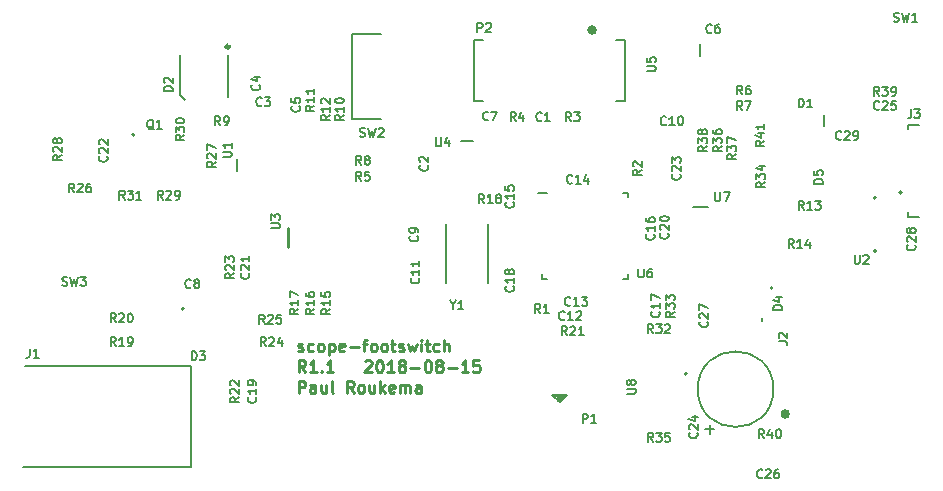
<source format=gto>
G04 #@! TF.GenerationSoftware,KiCad,Pcbnew,(5.0.0)*
G04 #@! TF.CreationDate,2018-08-15T22:02:27-04:00*
G04 #@! TF.ProjectId,scope-footswitch,73636F70652D666F6F74737769746368,1*
G04 #@! TF.SameCoordinates,Original*
G04 #@! TF.FileFunction,Legend,Top*
G04 #@! TF.FilePolarity,Positive*
%FSLAX46Y46*%
G04 Gerber Fmt 4.6, Leading zero omitted, Abs format (unit mm)*
G04 Created by KiCad (PCBNEW (5.0.0)) date 08/15/18 22:02:27*
%MOMM*%
%LPD*%
G01*
G04 APERTURE LIST*
%ADD10C,0.250000*%
%ADD11C,0.200000*%
%ADD12C,0.150000*%
%ADD13C,0.400000*%
%ADD14C,0.300000*%
%ADD15C,0.180000*%
G04 APERTURE END LIST*
D10*
X132552976Y-103454761D02*
X132648214Y-103502380D01*
X132838690Y-103502380D01*
X132933928Y-103454761D01*
X132981547Y-103359523D01*
X132981547Y-103311904D01*
X132933928Y-103216666D01*
X132838690Y-103169047D01*
X132695833Y-103169047D01*
X132600595Y-103121428D01*
X132552976Y-103026190D01*
X132552976Y-102978571D01*
X132600595Y-102883333D01*
X132695833Y-102835714D01*
X132838690Y-102835714D01*
X132933928Y-102883333D01*
X133838690Y-103454761D02*
X133743452Y-103502380D01*
X133552976Y-103502380D01*
X133457738Y-103454761D01*
X133410119Y-103407142D01*
X133362500Y-103311904D01*
X133362500Y-103026190D01*
X133410119Y-102930952D01*
X133457738Y-102883333D01*
X133552976Y-102835714D01*
X133743452Y-102835714D01*
X133838690Y-102883333D01*
X134410119Y-103502380D02*
X134314880Y-103454761D01*
X134267261Y-103407142D01*
X134219642Y-103311904D01*
X134219642Y-103026190D01*
X134267261Y-102930952D01*
X134314880Y-102883333D01*
X134410119Y-102835714D01*
X134552976Y-102835714D01*
X134648214Y-102883333D01*
X134695833Y-102930952D01*
X134743452Y-103026190D01*
X134743452Y-103311904D01*
X134695833Y-103407142D01*
X134648214Y-103454761D01*
X134552976Y-103502380D01*
X134410119Y-103502380D01*
X135172023Y-102835714D02*
X135172023Y-103835714D01*
X135172023Y-102883333D02*
X135267261Y-102835714D01*
X135457738Y-102835714D01*
X135552976Y-102883333D01*
X135600595Y-102930952D01*
X135648214Y-103026190D01*
X135648214Y-103311904D01*
X135600595Y-103407142D01*
X135552976Y-103454761D01*
X135457738Y-103502380D01*
X135267261Y-103502380D01*
X135172023Y-103454761D01*
X136457738Y-103454761D02*
X136362500Y-103502380D01*
X136172023Y-103502380D01*
X136076785Y-103454761D01*
X136029166Y-103359523D01*
X136029166Y-102978571D01*
X136076785Y-102883333D01*
X136172023Y-102835714D01*
X136362500Y-102835714D01*
X136457738Y-102883333D01*
X136505357Y-102978571D01*
X136505357Y-103073809D01*
X136029166Y-103169047D01*
X136933928Y-103121428D02*
X137695833Y-103121428D01*
X138029166Y-102835714D02*
X138410119Y-102835714D01*
X138172023Y-103502380D02*
X138172023Y-102645238D01*
X138219642Y-102550000D01*
X138314880Y-102502380D01*
X138410119Y-102502380D01*
X138886309Y-103502380D02*
X138791071Y-103454761D01*
X138743452Y-103407142D01*
X138695833Y-103311904D01*
X138695833Y-103026190D01*
X138743452Y-102930952D01*
X138791071Y-102883333D01*
X138886309Y-102835714D01*
X139029166Y-102835714D01*
X139124404Y-102883333D01*
X139172023Y-102930952D01*
X139219642Y-103026190D01*
X139219642Y-103311904D01*
X139172023Y-103407142D01*
X139124404Y-103454761D01*
X139029166Y-103502380D01*
X138886309Y-103502380D01*
X139791071Y-103502380D02*
X139695833Y-103454761D01*
X139648214Y-103407142D01*
X139600595Y-103311904D01*
X139600595Y-103026190D01*
X139648214Y-102930952D01*
X139695833Y-102883333D01*
X139791071Y-102835714D01*
X139933928Y-102835714D01*
X140029166Y-102883333D01*
X140076785Y-102930952D01*
X140124404Y-103026190D01*
X140124404Y-103311904D01*
X140076785Y-103407142D01*
X140029166Y-103454761D01*
X139933928Y-103502380D01*
X139791071Y-103502380D01*
X140410119Y-102835714D02*
X140791071Y-102835714D01*
X140552976Y-102502380D02*
X140552976Y-103359523D01*
X140600595Y-103454761D01*
X140695833Y-103502380D01*
X140791071Y-103502380D01*
X141076785Y-103454761D02*
X141172023Y-103502380D01*
X141362500Y-103502380D01*
X141457738Y-103454761D01*
X141505357Y-103359523D01*
X141505357Y-103311904D01*
X141457738Y-103216666D01*
X141362500Y-103169047D01*
X141219642Y-103169047D01*
X141124404Y-103121428D01*
X141076785Y-103026190D01*
X141076785Y-102978571D01*
X141124404Y-102883333D01*
X141219642Y-102835714D01*
X141362500Y-102835714D01*
X141457738Y-102883333D01*
X141838690Y-102835714D02*
X142029166Y-103502380D01*
X142219642Y-103026190D01*
X142410119Y-103502380D01*
X142600595Y-102835714D01*
X142981547Y-103502380D02*
X142981547Y-102835714D01*
X142981547Y-102502380D02*
X142933928Y-102550000D01*
X142981547Y-102597619D01*
X143029166Y-102550000D01*
X142981547Y-102502380D01*
X142981547Y-102597619D01*
X143314880Y-102835714D02*
X143695833Y-102835714D01*
X143457738Y-102502380D02*
X143457738Y-103359523D01*
X143505357Y-103454761D01*
X143600595Y-103502380D01*
X143695833Y-103502380D01*
X144457738Y-103454761D02*
X144362500Y-103502380D01*
X144172023Y-103502380D01*
X144076785Y-103454761D01*
X144029166Y-103407142D01*
X143981547Y-103311904D01*
X143981547Y-103026190D01*
X144029166Y-102930952D01*
X144076785Y-102883333D01*
X144172023Y-102835714D01*
X144362500Y-102835714D01*
X144457738Y-102883333D01*
X144886309Y-103502380D02*
X144886309Y-102502380D01*
X145314880Y-103502380D02*
X145314880Y-102978571D01*
X145267261Y-102883333D01*
X145172023Y-102835714D01*
X145029166Y-102835714D01*
X144933928Y-102883333D01*
X144886309Y-102930952D01*
X133172023Y-105252380D02*
X132838690Y-104776190D01*
X132600595Y-105252380D02*
X132600595Y-104252380D01*
X132981547Y-104252380D01*
X133076785Y-104300000D01*
X133124404Y-104347619D01*
X133172023Y-104442857D01*
X133172023Y-104585714D01*
X133124404Y-104680952D01*
X133076785Y-104728571D01*
X132981547Y-104776190D01*
X132600595Y-104776190D01*
X134124404Y-105252380D02*
X133552976Y-105252380D01*
X133838690Y-105252380D02*
X133838690Y-104252380D01*
X133743452Y-104395238D01*
X133648214Y-104490476D01*
X133552976Y-104538095D01*
X134552976Y-105157142D02*
X134600595Y-105204761D01*
X134552976Y-105252380D01*
X134505357Y-105204761D01*
X134552976Y-105157142D01*
X134552976Y-105252380D01*
X135552976Y-105252380D02*
X134981547Y-105252380D01*
X135267261Y-105252380D02*
X135267261Y-104252380D01*
X135172023Y-104395238D01*
X135076785Y-104490476D01*
X134981547Y-104538095D01*
X138219642Y-104347619D02*
X138267261Y-104300000D01*
X138362500Y-104252380D01*
X138600595Y-104252380D01*
X138695833Y-104300000D01*
X138743452Y-104347619D01*
X138791071Y-104442857D01*
X138791071Y-104538095D01*
X138743452Y-104680952D01*
X138172023Y-105252380D01*
X138791071Y-105252380D01*
X139410119Y-104252380D02*
X139505357Y-104252380D01*
X139600595Y-104300000D01*
X139648214Y-104347619D01*
X139695833Y-104442857D01*
X139743452Y-104633333D01*
X139743452Y-104871428D01*
X139695833Y-105061904D01*
X139648214Y-105157142D01*
X139600595Y-105204761D01*
X139505357Y-105252380D01*
X139410119Y-105252380D01*
X139314880Y-105204761D01*
X139267261Y-105157142D01*
X139219642Y-105061904D01*
X139172023Y-104871428D01*
X139172023Y-104633333D01*
X139219642Y-104442857D01*
X139267261Y-104347619D01*
X139314880Y-104300000D01*
X139410119Y-104252380D01*
X140695833Y-105252380D02*
X140124404Y-105252380D01*
X140410119Y-105252380D02*
X140410119Y-104252380D01*
X140314880Y-104395238D01*
X140219642Y-104490476D01*
X140124404Y-104538095D01*
X141267261Y-104680952D02*
X141172023Y-104633333D01*
X141124404Y-104585714D01*
X141076785Y-104490476D01*
X141076785Y-104442857D01*
X141124404Y-104347619D01*
X141172023Y-104300000D01*
X141267261Y-104252380D01*
X141457738Y-104252380D01*
X141552976Y-104300000D01*
X141600595Y-104347619D01*
X141648214Y-104442857D01*
X141648214Y-104490476D01*
X141600595Y-104585714D01*
X141552976Y-104633333D01*
X141457738Y-104680952D01*
X141267261Y-104680952D01*
X141172023Y-104728571D01*
X141124404Y-104776190D01*
X141076785Y-104871428D01*
X141076785Y-105061904D01*
X141124404Y-105157142D01*
X141172023Y-105204761D01*
X141267261Y-105252380D01*
X141457738Y-105252380D01*
X141552976Y-105204761D01*
X141600595Y-105157142D01*
X141648214Y-105061904D01*
X141648214Y-104871428D01*
X141600595Y-104776190D01*
X141552976Y-104728571D01*
X141457738Y-104680952D01*
X142076785Y-104871428D02*
X142838690Y-104871428D01*
X143505357Y-104252380D02*
X143600595Y-104252380D01*
X143695833Y-104300000D01*
X143743452Y-104347619D01*
X143791071Y-104442857D01*
X143838690Y-104633333D01*
X143838690Y-104871428D01*
X143791071Y-105061904D01*
X143743452Y-105157142D01*
X143695833Y-105204761D01*
X143600595Y-105252380D01*
X143505357Y-105252380D01*
X143410119Y-105204761D01*
X143362500Y-105157142D01*
X143314880Y-105061904D01*
X143267261Y-104871428D01*
X143267261Y-104633333D01*
X143314880Y-104442857D01*
X143362500Y-104347619D01*
X143410119Y-104300000D01*
X143505357Y-104252380D01*
X144410119Y-104680952D02*
X144314880Y-104633333D01*
X144267261Y-104585714D01*
X144219642Y-104490476D01*
X144219642Y-104442857D01*
X144267261Y-104347619D01*
X144314880Y-104300000D01*
X144410119Y-104252380D01*
X144600595Y-104252380D01*
X144695833Y-104300000D01*
X144743452Y-104347619D01*
X144791071Y-104442857D01*
X144791071Y-104490476D01*
X144743452Y-104585714D01*
X144695833Y-104633333D01*
X144600595Y-104680952D01*
X144410119Y-104680952D01*
X144314880Y-104728571D01*
X144267261Y-104776190D01*
X144219642Y-104871428D01*
X144219642Y-105061904D01*
X144267261Y-105157142D01*
X144314880Y-105204761D01*
X144410119Y-105252380D01*
X144600595Y-105252380D01*
X144695833Y-105204761D01*
X144743452Y-105157142D01*
X144791071Y-105061904D01*
X144791071Y-104871428D01*
X144743452Y-104776190D01*
X144695833Y-104728571D01*
X144600595Y-104680952D01*
X145219642Y-104871428D02*
X145981547Y-104871428D01*
X146981547Y-105252380D02*
X146410119Y-105252380D01*
X146695833Y-105252380D02*
X146695833Y-104252380D01*
X146600595Y-104395238D01*
X146505357Y-104490476D01*
X146410119Y-104538095D01*
X147886309Y-104252380D02*
X147410119Y-104252380D01*
X147362500Y-104728571D01*
X147410119Y-104680952D01*
X147505357Y-104633333D01*
X147743452Y-104633333D01*
X147838690Y-104680952D01*
X147886309Y-104728571D01*
X147933928Y-104823809D01*
X147933928Y-105061904D01*
X147886309Y-105157142D01*
X147838690Y-105204761D01*
X147743452Y-105252380D01*
X147505357Y-105252380D01*
X147410119Y-105204761D01*
X147362500Y-105157142D01*
X132600595Y-107002380D02*
X132600595Y-106002380D01*
X132981547Y-106002380D01*
X133076785Y-106050000D01*
X133124404Y-106097619D01*
X133172023Y-106192857D01*
X133172023Y-106335714D01*
X133124404Y-106430952D01*
X133076785Y-106478571D01*
X132981547Y-106526190D01*
X132600595Y-106526190D01*
X134029166Y-107002380D02*
X134029166Y-106478571D01*
X133981547Y-106383333D01*
X133886309Y-106335714D01*
X133695833Y-106335714D01*
X133600595Y-106383333D01*
X134029166Y-106954761D02*
X133933928Y-107002380D01*
X133695833Y-107002380D01*
X133600595Y-106954761D01*
X133552976Y-106859523D01*
X133552976Y-106764285D01*
X133600595Y-106669047D01*
X133695833Y-106621428D01*
X133933928Y-106621428D01*
X134029166Y-106573809D01*
X134933928Y-106335714D02*
X134933928Y-107002380D01*
X134505357Y-106335714D02*
X134505357Y-106859523D01*
X134552976Y-106954761D01*
X134648214Y-107002380D01*
X134791071Y-107002380D01*
X134886309Y-106954761D01*
X134933928Y-106907142D01*
X135552976Y-107002380D02*
X135457738Y-106954761D01*
X135410119Y-106859523D01*
X135410119Y-106002380D01*
X137267261Y-107002380D02*
X136933928Y-106526190D01*
X136695833Y-107002380D02*
X136695833Y-106002380D01*
X137076785Y-106002380D01*
X137172023Y-106050000D01*
X137219642Y-106097619D01*
X137267261Y-106192857D01*
X137267261Y-106335714D01*
X137219642Y-106430952D01*
X137172023Y-106478571D01*
X137076785Y-106526190D01*
X136695833Y-106526190D01*
X137838690Y-107002380D02*
X137743452Y-106954761D01*
X137695833Y-106907142D01*
X137648214Y-106811904D01*
X137648214Y-106526190D01*
X137695833Y-106430952D01*
X137743452Y-106383333D01*
X137838690Y-106335714D01*
X137981547Y-106335714D01*
X138076785Y-106383333D01*
X138124404Y-106430952D01*
X138172023Y-106526190D01*
X138172023Y-106811904D01*
X138124404Y-106907142D01*
X138076785Y-106954761D01*
X137981547Y-107002380D01*
X137838690Y-107002380D01*
X139029166Y-106335714D02*
X139029166Y-107002380D01*
X138600595Y-106335714D02*
X138600595Y-106859523D01*
X138648214Y-106954761D01*
X138743452Y-107002380D01*
X138886309Y-107002380D01*
X138981547Y-106954761D01*
X139029166Y-106907142D01*
X139505357Y-107002380D02*
X139505357Y-106002380D01*
X139600595Y-106621428D02*
X139886309Y-107002380D01*
X139886309Y-106335714D02*
X139505357Y-106716666D01*
X140695833Y-106954761D02*
X140600595Y-107002380D01*
X140410119Y-107002380D01*
X140314880Y-106954761D01*
X140267261Y-106859523D01*
X140267261Y-106478571D01*
X140314880Y-106383333D01*
X140410119Y-106335714D01*
X140600595Y-106335714D01*
X140695833Y-106383333D01*
X140743452Y-106478571D01*
X140743452Y-106573809D01*
X140267261Y-106669047D01*
X141172023Y-107002380D02*
X141172023Y-106335714D01*
X141172023Y-106430952D02*
X141219642Y-106383333D01*
X141314880Y-106335714D01*
X141457738Y-106335714D01*
X141552976Y-106383333D01*
X141600595Y-106478571D01*
X141600595Y-107002380D01*
X141600595Y-106478571D02*
X141648214Y-106383333D01*
X141743452Y-106335714D01*
X141886309Y-106335714D01*
X141981547Y-106383333D01*
X142029166Y-106478571D01*
X142029166Y-107002380D01*
X142933928Y-107002380D02*
X142933928Y-106478571D01*
X142886309Y-106383333D01*
X142791071Y-106335714D01*
X142600595Y-106335714D01*
X142505357Y-106383333D01*
X142933928Y-106954761D02*
X142838690Y-107002380D01*
X142600595Y-107002380D01*
X142505357Y-106954761D01*
X142457738Y-106859523D01*
X142457738Y-106764285D01*
X142505357Y-106669047D01*
X142600595Y-106621428D01*
X142838690Y-106621428D01*
X142933928Y-106573809D01*
D11*
X171850000Y-100950000D02*
X171850000Y-100700000D01*
D12*
G04 #@! TO.C,J1*
X123500000Y-104700000D02*
X109400000Y-104700000D01*
X123500000Y-113300000D02*
X123500000Y-104700000D01*
X109300000Y-113300000D02*
X123500000Y-113300000D01*
G04 #@! TO.C,P1*
X154593000Y-107676000D02*
X154847000Y-107676000D01*
X154847000Y-107549000D02*
X154593000Y-107549000D01*
X154466000Y-107422000D02*
X154974000Y-107422000D01*
X155101000Y-107295000D02*
X154339000Y-107295000D01*
D11*
X154085000Y-107168000D02*
X154720000Y-107803000D01*
X155355000Y-107168000D02*
X154085000Y-107168000D01*
X154720000Y-107803000D02*
X155355000Y-107168000D01*
D13*
G04 #@! TO.C,J2*
X174000000Y-108800000D02*
G75*
G03X174000000Y-108800000I-200000J0D01*
G01*
D12*
G04 #@! TO.C,C24*
X167800000Y-110100000D02*
X167000000Y-110100000D01*
X167400000Y-109700000D02*
X167400000Y-110500000D01*
X172800000Y-106700000D02*
G75*
G03X172800000Y-106700000I-3200000J0D01*
G01*
D10*
G04 #@! TO.C,U3*
X131683000Y-94629000D02*
X131683000Y-93029000D01*
D12*
G04 #@! TO.C,D1*
X177100000Y-83450000D02*
X177100000Y-84450000D01*
D11*
G04 #@! TO.C,U2*
X181500000Y-95000000D02*
G75*
G03X181500000Y-95000000I-100000J0D01*
G01*
G04 #@! TO.C,U8*
X165500000Y-105400000D02*
G75*
G03X165500000Y-105400000I-100000J0D01*
G01*
D12*
G04 #@! TO.C,U5*
X166600000Y-77450000D02*
X166600000Y-78450000D01*
G04 #@! TO.C,U4*
X146350000Y-85700000D02*
X147350000Y-85700000D01*
G04 #@! TO.C,U1*
X127350000Y-88200000D02*
X127350000Y-87200000D01*
G04 #@! TO.C,U6*
X153600000Y-90050000D02*
X152900000Y-90050000D01*
X153200000Y-97350000D02*
X153200000Y-96950000D01*
X153600000Y-97350000D02*
X153200000Y-97350000D01*
X160500000Y-97350000D02*
X160500000Y-96950000D01*
X160100000Y-97350000D02*
X160500000Y-97350000D01*
X160500000Y-90050000D02*
X160500000Y-90450000D01*
X160100000Y-90050000D02*
X160500000Y-90050000D01*
D11*
G04 #@! TO.C,D4*
X172750000Y-98150000D02*
G75*
G03X172750000Y-98150000I-100000J0D01*
G01*
D12*
G04 #@! TO.C,U7*
X166000000Y-91250000D02*
X167250000Y-91250000D01*
D11*
G04 #@! TO.C,Q1*
X118700000Y-85150000D02*
G75*
G03X118700000Y-85150000I-100000J0D01*
G01*
D12*
G04 #@! TO.C,J3*
X185109000Y-92100000D02*
X184159000Y-92100000D01*
X184159000Y-92100000D02*
X184159000Y-91700000D01*
X184159000Y-84700000D02*
X184159000Y-84300000D01*
X184159000Y-84300000D02*
X185109000Y-84300000D01*
D11*
X183659000Y-90050000D02*
G75*
G03X183659000Y-90050000I-100000J0D01*
G01*
D12*
G04 #@! TO.C,P2*
X159450000Y-77100000D02*
X160250000Y-77100000D01*
X160250000Y-77100000D02*
X160250000Y-82300000D01*
X160250000Y-82300000D02*
X159450000Y-82300000D01*
X148250000Y-77100000D02*
X147450000Y-77100000D01*
X147450000Y-77100000D02*
X147450000Y-82300000D01*
X147450000Y-82300000D02*
X148250000Y-82300000D01*
D13*
X157650000Y-76300000D02*
G75*
G03X157650000Y-76300000I-200000J0D01*
G01*
D12*
G04 #@! TO.C,D2*
X122600000Y-78400000D02*
X122600000Y-81800000D01*
X122600000Y-81800000D02*
X123000000Y-82200000D01*
X126600000Y-78400000D02*
X126600000Y-82000000D01*
D14*
X126741421Y-77700000D02*
G75*
G03X126741421Y-77700000I-141421J0D01*
G01*
D11*
G04 #@! TO.C,D3*
X122900000Y-99900000D02*
G75*
G03X122900000Y-99900000I-100000J0D01*
G01*
G04 #@! TO.C,D5*
X181500000Y-90500000D02*
G75*
G03X181500000Y-90500000I-100000J0D01*
G01*
D12*
G04 #@! TO.C,SW2*
X139600000Y-76600000D02*
X137100000Y-76600000D01*
X137100000Y-76600000D02*
X137100000Y-83800000D01*
X137100000Y-83800000D02*
X139600000Y-83800000D01*
G04 #@! TO.C,Y1*
X148600000Y-92700000D02*
X148600000Y-97700000D01*
X145100000Y-97700000D02*
X145100000Y-92700000D01*
G04 #@! TO.C,J1*
D15*
X109850000Y-103289285D02*
X109850000Y-103825000D01*
X109814285Y-103932142D01*
X109742857Y-104003571D01*
X109635714Y-104039285D01*
X109564285Y-104039285D01*
X110600000Y-104039285D02*
X110171428Y-104039285D01*
X110385714Y-104039285D02*
X110385714Y-103289285D01*
X110314285Y-103396428D01*
X110242857Y-103467857D01*
X110171428Y-103503571D01*
G04 #@! TO.C,P1*
X156646428Y-109539285D02*
X156646428Y-108789285D01*
X156932142Y-108789285D01*
X157003571Y-108825000D01*
X157039285Y-108860714D01*
X157075000Y-108932142D01*
X157075000Y-109039285D01*
X157039285Y-109110714D01*
X157003571Y-109146428D01*
X156932142Y-109182142D01*
X156646428Y-109182142D01*
X157789285Y-109539285D02*
X157360714Y-109539285D01*
X157575000Y-109539285D02*
X157575000Y-108789285D01*
X157503571Y-108896428D01*
X157432142Y-108967857D01*
X157360714Y-109003571D01*
G04 #@! TO.C,J2*
X173239285Y-102650000D02*
X173775000Y-102650000D01*
X173882142Y-102685714D01*
X173953571Y-102757142D01*
X173989285Y-102864285D01*
X173989285Y-102935714D01*
X173310714Y-102328571D02*
X173275000Y-102292857D01*
X173239285Y-102221428D01*
X173239285Y-102042857D01*
X173275000Y-101971428D01*
X173310714Y-101935714D01*
X173382142Y-101900000D01*
X173453571Y-101900000D01*
X173560714Y-101935714D01*
X173989285Y-102364285D01*
X173989285Y-101900000D01*
G04 #@! TO.C,C24*
X166317857Y-110382142D02*
X166353571Y-110417857D01*
X166389285Y-110525000D01*
X166389285Y-110596428D01*
X166353571Y-110703571D01*
X166282142Y-110775000D01*
X166210714Y-110810714D01*
X166067857Y-110846428D01*
X165960714Y-110846428D01*
X165817857Y-110810714D01*
X165746428Y-110775000D01*
X165675000Y-110703571D01*
X165639285Y-110596428D01*
X165639285Y-110525000D01*
X165675000Y-110417857D01*
X165710714Y-110382142D01*
X165710714Y-110096428D02*
X165675000Y-110060714D01*
X165639285Y-109989285D01*
X165639285Y-109810714D01*
X165675000Y-109739285D01*
X165710714Y-109703571D01*
X165782142Y-109667857D01*
X165853571Y-109667857D01*
X165960714Y-109703571D01*
X166389285Y-110132142D01*
X166389285Y-109667857D01*
X165889285Y-109025000D02*
X166389285Y-109025000D01*
X165603571Y-109203571D02*
X166139285Y-109382142D01*
X166139285Y-108917857D01*
G04 #@! TO.C,U3*
X130289285Y-93071428D02*
X130896428Y-93071428D01*
X130967857Y-93035714D01*
X131003571Y-93000000D01*
X131039285Y-92928571D01*
X131039285Y-92785714D01*
X131003571Y-92714285D01*
X130967857Y-92678571D01*
X130896428Y-92642857D01*
X130289285Y-92642857D01*
X130289285Y-92357142D02*
X130289285Y-91892857D01*
X130575000Y-92142857D01*
X130575000Y-92035714D01*
X130610714Y-91964285D01*
X130646428Y-91928571D01*
X130717857Y-91892857D01*
X130896428Y-91892857D01*
X130967857Y-91928571D01*
X131003571Y-91964285D01*
X131039285Y-92035714D01*
X131039285Y-92250000D01*
X131003571Y-92321428D01*
X130967857Y-92357142D01*
G04 #@! TO.C,D1*
X174946428Y-82839285D02*
X174946428Y-82089285D01*
X175125000Y-82089285D01*
X175232142Y-82125000D01*
X175303571Y-82196428D01*
X175339285Y-82267857D01*
X175375000Y-82410714D01*
X175375000Y-82517857D01*
X175339285Y-82660714D01*
X175303571Y-82732142D01*
X175232142Y-82803571D01*
X175125000Y-82839285D01*
X174946428Y-82839285D01*
X176089285Y-82839285D02*
X175660714Y-82839285D01*
X175875000Y-82839285D02*
X175875000Y-82089285D01*
X175803571Y-82196428D01*
X175732142Y-82267857D01*
X175660714Y-82303571D01*
G04 #@! TO.C,U2*
X179678571Y-95339285D02*
X179678571Y-95946428D01*
X179714285Y-96017857D01*
X179750000Y-96053571D01*
X179821428Y-96089285D01*
X179964285Y-96089285D01*
X180035714Y-96053571D01*
X180071428Y-96017857D01*
X180107142Y-95946428D01*
X180107142Y-95339285D01*
X180428571Y-95410714D02*
X180464285Y-95375000D01*
X180535714Y-95339285D01*
X180714285Y-95339285D01*
X180785714Y-95375000D01*
X180821428Y-95410714D01*
X180857142Y-95482142D01*
X180857142Y-95553571D01*
X180821428Y-95660714D01*
X180392857Y-96089285D01*
X180857142Y-96089285D01*
G04 #@! TO.C,U8*
X160389285Y-107071428D02*
X160996428Y-107071428D01*
X161067857Y-107035714D01*
X161103571Y-107000000D01*
X161139285Y-106928571D01*
X161139285Y-106785714D01*
X161103571Y-106714285D01*
X161067857Y-106678571D01*
X160996428Y-106642857D01*
X160389285Y-106642857D01*
X160710714Y-106178571D02*
X160675000Y-106250000D01*
X160639285Y-106285714D01*
X160567857Y-106321428D01*
X160532142Y-106321428D01*
X160460714Y-106285714D01*
X160425000Y-106250000D01*
X160389285Y-106178571D01*
X160389285Y-106035714D01*
X160425000Y-105964285D01*
X160460714Y-105928571D01*
X160532142Y-105892857D01*
X160567857Y-105892857D01*
X160639285Y-105928571D01*
X160675000Y-105964285D01*
X160710714Y-106035714D01*
X160710714Y-106178571D01*
X160746428Y-106250000D01*
X160782142Y-106285714D01*
X160853571Y-106321428D01*
X160996428Y-106321428D01*
X161067857Y-106285714D01*
X161103571Y-106250000D01*
X161139285Y-106178571D01*
X161139285Y-106035714D01*
X161103571Y-105964285D01*
X161067857Y-105928571D01*
X160996428Y-105892857D01*
X160853571Y-105892857D01*
X160782142Y-105928571D01*
X160746428Y-105964285D01*
X160710714Y-106035714D01*
G04 #@! TO.C,U5*
X162089285Y-79771428D02*
X162696428Y-79771428D01*
X162767857Y-79735714D01*
X162803571Y-79700000D01*
X162839285Y-79628571D01*
X162839285Y-79485714D01*
X162803571Y-79414285D01*
X162767857Y-79378571D01*
X162696428Y-79342857D01*
X162089285Y-79342857D01*
X162089285Y-78628571D02*
X162089285Y-78985714D01*
X162446428Y-79021428D01*
X162410714Y-78985714D01*
X162375000Y-78914285D01*
X162375000Y-78735714D01*
X162410714Y-78664285D01*
X162446428Y-78628571D01*
X162517857Y-78592857D01*
X162696428Y-78592857D01*
X162767857Y-78628571D01*
X162803571Y-78664285D01*
X162839285Y-78735714D01*
X162839285Y-78914285D01*
X162803571Y-78985714D01*
X162767857Y-79021428D01*
G04 #@! TO.C,U4*
X144228571Y-85389285D02*
X144228571Y-85996428D01*
X144264285Y-86067857D01*
X144300000Y-86103571D01*
X144371428Y-86139285D01*
X144514285Y-86139285D01*
X144585714Y-86103571D01*
X144621428Y-86067857D01*
X144657142Y-85996428D01*
X144657142Y-85389285D01*
X145335714Y-85639285D02*
X145335714Y-86139285D01*
X145157142Y-85353571D02*
X144978571Y-85889285D01*
X145442857Y-85889285D01*
G04 #@! TO.C,U1*
X126189285Y-87021428D02*
X126796428Y-87021428D01*
X126867857Y-86985714D01*
X126903571Y-86950000D01*
X126939285Y-86878571D01*
X126939285Y-86735714D01*
X126903571Y-86664285D01*
X126867857Y-86628571D01*
X126796428Y-86592857D01*
X126189285Y-86592857D01*
X126939285Y-85842857D02*
X126939285Y-86271428D01*
X126939285Y-86057142D02*
X126189285Y-86057142D01*
X126296428Y-86128571D01*
X126367857Y-86200000D01*
X126403571Y-86271428D01*
G04 #@! TO.C,U6*
X161378571Y-96489285D02*
X161378571Y-97096428D01*
X161414285Y-97167857D01*
X161450000Y-97203571D01*
X161521428Y-97239285D01*
X161664285Y-97239285D01*
X161735714Y-97203571D01*
X161771428Y-97167857D01*
X161807142Y-97096428D01*
X161807142Y-96489285D01*
X162485714Y-96489285D02*
X162342857Y-96489285D01*
X162271428Y-96525000D01*
X162235714Y-96560714D01*
X162164285Y-96667857D01*
X162128571Y-96810714D01*
X162128571Y-97096428D01*
X162164285Y-97167857D01*
X162200000Y-97203571D01*
X162271428Y-97239285D01*
X162414285Y-97239285D01*
X162485714Y-97203571D01*
X162521428Y-97167857D01*
X162557142Y-97096428D01*
X162557142Y-96917857D01*
X162521428Y-96846428D01*
X162485714Y-96810714D01*
X162414285Y-96775000D01*
X162271428Y-96775000D01*
X162200000Y-96810714D01*
X162164285Y-96846428D01*
X162128571Y-96917857D01*
G04 #@! TO.C,R7*
X170175000Y-83039285D02*
X169925000Y-82682142D01*
X169746428Y-83039285D02*
X169746428Y-82289285D01*
X170032142Y-82289285D01*
X170103571Y-82325000D01*
X170139285Y-82360714D01*
X170175000Y-82432142D01*
X170175000Y-82539285D01*
X170139285Y-82610714D01*
X170103571Y-82646428D01*
X170032142Y-82682142D01*
X169746428Y-82682142D01*
X170425000Y-82289285D02*
X170925000Y-82289285D01*
X170603571Y-83039285D01*
G04 #@! TO.C,R41*
X172039285Y-85682142D02*
X171682142Y-85932142D01*
X172039285Y-86110714D02*
X171289285Y-86110714D01*
X171289285Y-85825000D01*
X171325000Y-85753571D01*
X171360714Y-85717857D01*
X171432142Y-85682142D01*
X171539285Y-85682142D01*
X171610714Y-85717857D01*
X171646428Y-85753571D01*
X171682142Y-85825000D01*
X171682142Y-86110714D01*
X171539285Y-85039285D02*
X172039285Y-85039285D01*
X171253571Y-85217857D02*
X171789285Y-85396428D01*
X171789285Y-84932142D01*
X172039285Y-84253571D02*
X172039285Y-84682142D01*
X172039285Y-84467857D02*
X171289285Y-84467857D01*
X171396428Y-84539285D01*
X171467857Y-84610714D01*
X171503571Y-84682142D01*
G04 #@! TO.C,D4*
X173539285Y-100003571D02*
X172789285Y-100003571D01*
X172789285Y-99825000D01*
X172825000Y-99717857D01*
X172896428Y-99646428D01*
X172967857Y-99610714D01*
X173110714Y-99575000D01*
X173217857Y-99575000D01*
X173360714Y-99610714D01*
X173432142Y-99646428D01*
X173503571Y-99717857D01*
X173539285Y-99825000D01*
X173539285Y-100003571D01*
X173039285Y-98932142D02*
X173539285Y-98932142D01*
X172753571Y-99110714D02*
X173289285Y-99289285D01*
X173289285Y-98825000D01*
G04 #@! TO.C,C27*
X167217857Y-100982142D02*
X167253571Y-101017857D01*
X167289285Y-101125000D01*
X167289285Y-101196428D01*
X167253571Y-101303571D01*
X167182142Y-101375000D01*
X167110714Y-101410714D01*
X166967857Y-101446428D01*
X166860714Y-101446428D01*
X166717857Y-101410714D01*
X166646428Y-101375000D01*
X166575000Y-101303571D01*
X166539285Y-101196428D01*
X166539285Y-101125000D01*
X166575000Y-101017857D01*
X166610714Y-100982142D01*
X166610714Y-100696428D02*
X166575000Y-100660714D01*
X166539285Y-100589285D01*
X166539285Y-100410714D01*
X166575000Y-100339285D01*
X166610714Y-100303571D01*
X166682142Y-100267857D01*
X166753571Y-100267857D01*
X166860714Y-100303571D01*
X167289285Y-100732142D01*
X167289285Y-100267857D01*
X166539285Y-100017857D02*
X166539285Y-99517857D01*
X167289285Y-99839285D01*
G04 #@! TO.C,C26*
X171867857Y-114167857D02*
X171832142Y-114203571D01*
X171725000Y-114239285D01*
X171653571Y-114239285D01*
X171546428Y-114203571D01*
X171475000Y-114132142D01*
X171439285Y-114060714D01*
X171403571Y-113917857D01*
X171403571Y-113810714D01*
X171439285Y-113667857D01*
X171475000Y-113596428D01*
X171546428Y-113525000D01*
X171653571Y-113489285D01*
X171725000Y-113489285D01*
X171832142Y-113525000D01*
X171867857Y-113560714D01*
X172153571Y-113560714D02*
X172189285Y-113525000D01*
X172260714Y-113489285D01*
X172439285Y-113489285D01*
X172510714Y-113525000D01*
X172546428Y-113560714D01*
X172582142Y-113632142D01*
X172582142Y-113703571D01*
X172546428Y-113810714D01*
X172117857Y-114239285D01*
X172582142Y-114239285D01*
X173225000Y-113489285D02*
X173082142Y-113489285D01*
X173010714Y-113525000D01*
X172975000Y-113560714D01*
X172903571Y-113667857D01*
X172867857Y-113810714D01*
X172867857Y-114096428D01*
X172903571Y-114167857D01*
X172939285Y-114203571D01*
X173010714Y-114239285D01*
X173153571Y-114239285D01*
X173225000Y-114203571D01*
X173260714Y-114167857D01*
X173296428Y-114096428D01*
X173296428Y-113917857D01*
X173260714Y-113846428D01*
X173225000Y-113810714D01*
X173153571Y-113775000D01*
X173010714Y-113775000D01*
X172939285Y-113810714D01*
X172903571Y-113846428D01*
X172867857Y-113917857D01*
G04 #@! TO.C,R40*
X172017857Y-110839285D02*
X171767857Y-110482142D01*
X171589285Y-110839285D02*
X171589285Y-110089285D01*
X171875000Y-110089285D01*
X171946428Y-110125000D01*
X171982142Y-110160714D01*
X172017857Y-110232142D01*
X172017857Y-110339285D01*
X171982142Y-110410714D01*
X171946428Y-110446428D01*
X171875000Y-110482142D01*
X171589285Y-110482142D01*
X172660714Y-110339285D02*
X172660714Y-110839285D01*
X172482142Y-110053571D02*
X172303571Y-110589285D01*
X172767857Y-110589285D01*
X173196428Y-110089285D02*
X173267857Y-110089285D01*
X173339285Y-110125000D01*
X173375000Y-110160714D01*
X173410714Y-110232142D01*
X173446428Y-110375000D01*
X173446428Y-110553571D01*
X173410714Y-110696428D01*
X173375000Y-110767857D01*
X173339285Y-110803571D01*
X173267857Y-110839285D01*
X173196428Y-110839285D01*
X173125000Y-110803571D01*
X173089285Y-110767857D01*
X173053571Y-110696428D01*
X173017857Y-110553571D01*
X173017857Y-110375000D01*
X173053571Y-110232142D01*
X173089285Y-110160714D01*
X173125000Y-110125000D01*
X173196428Y-110089285D01*
G04 #@! TO.C,U7*
X167878571Y-90039285D02*
X167878571Y-90646428D01*
X167914285Y-90717857D01*
X167950000Y-90753571D01*
X168021428Y-90789285D01*
X168164285Y-90789285D01*
X168235714Y-90753571D01*
X168271428Y-90717857D01*
X168307142Y-90646428D01*
X168307142Y-90039285D01*
X168592857Y-90039285D02*
X169092857Y-90039285D01*
X168771428Y-90789285D01*
G04 #@! TO.C,R37*
X169639285Y-86782142D02*
X169282142Y-87032142D01*
X169639285Y-87210714D02*
X168889285Y-87210714D01*
X168889285Y-86925000D01*
X168925000Y-86853571D01*
X168960714Y-86817857D01*
X169032142Y-86782142D01*
X169139285Y-86782142D01*
X169210714Y-86817857D01*
X169246428Y-86853571D01*
X169282142Y-86925000D01*
X169282142Y-87210714D01*
X168889285Y-86532142D02*
X168889285Y-86067857D01*
X169175000Y-86317857D01*
X169175000Y-86210714D01*
X169210714Y-86139285D01*
X169246428Y-86103571D01*
X169317857Y-86067857D01*
X169496428Y-86067857D01*
X169567857Y-86103571D01*
X169603571Y-86139285D01*
X169639285Y-86210714D01*
X169639285Y-86425000D01*
X169603571Y-86496428D01*
X169567857Y-86532142D01*
X168889285Y-85817857D02*
X168889285Y-85317857D01*
X169639285Y-85639285D01*
G04 #@! TO.C,Q1*
X120328571Y-84710714D02*
X120257142Y-84675000D01*
X120185714Y-84603571D01*
X120078571Y-84496428D01*
X120007142Y-84460714D01*
X119935714Y-84460714D01*
X119971428Y-84639285D02*
X119900000Y-84603571D01*
X119828571Y-84532142D01*
X119792857Y-84389285D01*
X119792857Y-84139285D01*
X119828571Y-83996428D01*
X119900000Y-83925000D01*
X119971428Y-83889285D01*
X120114285Y-83889285D01*
X120185714Y-83925000D01*
X120257142Y-83996428D01*
X120292857Y-84139285D01*
X120292857Y-84389285D01*
X120257142Y-84532142D01*
X120185714Y-84603571D01*
X120114285Y-84639285D01*
X119971428Y-84639285D01*
X121007142Y-84639285D02*
X120578571Y-84639285D01*
X120792857Y-84639285D02*
X120792857Y-83889285D01*
X120721428Y-83996428D01*
X120650000Y-84067857D01*
X120578571Y-84103571D01*
G04 #@! TO.C,C14*
X155767857Y-89217857D02*
X155732142Y-89253571D01*
X155625000Y-89289285D01*
X155553571Y-89289285D01*
X155446428Y-89253571D01*
X155375000Y-89182142D01*
X155339285Y-89110714D01*
X155303571Y-88967857D01*
X155303571Y-88860714D01*
X155339285Y-88717857D01*
X155375000Y-88646428D01*
X155446428Y-88575000D01*
X155553571Y-88539285D01*
X155625000Y-88539285D01*
X155732142Y-88575000D01*
X155767857Y-88610714D01*
X156482142Y-89289285D02*
X156053571Y-89289285D01*
X156267857Y-89289285D02*
X156267857Y-88539285D01*
X156196428Y-88646428D01*
X156125000Y-88717857D01*
X156053571Y-88753571D01*
X157125000Y-88789285D02*
X157125000Y-89289285D01*
X156946428Y-88503571D02*
X156767857Y-89039285D01*
X157232142Y-89039285D01*
G04 #@! TO.C,C29*
X178567857Y-85517857D02*
X178532142Y-85553571D01*
X178425000Y-85589285D01*
X178353571Y-85589285D01*
X178246428Y-85553571D01*
X178175000Y-85482142D01*
X178139285Y-85410714D01*
X178103571Y-85267857D01*
X178103571Y-85160714D01*
X178139285Y-85017857D01*
X178175000Y-84946428D01*
X178246428Y-84875000D01*
X178353571Y-84839285D01*
X178425000Y-84839285D01*
X178532142Y-84875000D01*
X178567857Y-84910714D01*
X178853571Y-84910714D02*
X178889285Y-84875000D01*
X178960714Y-84839285D01*
X179139285Y-84839285D01*
X179210714Y-84875000D01*
X179246428Y-84910714D01*
X179282142Y-84982142D01*
X179282142Y-85053571D01*
X179246428Y-85160714D01*
X178817857Y-85589285D01*
X179282142Y-85589285D01*
X179639285Y-85589285D02*
X179782142Y-85589285D01*
X179853571Y-85553571D01*
X179889285Y-85517857D01*
X179960714Y-85410714D01*
X179996428Y-85267857D01*
X179996428Y-84982142D01*
X179960714Y-84910714D01*
X179925000Y-84875000D01*
X179853571Y-84839285D01*
X179710714Y-84839285D01*
X179639285Y-84875000D01*
X179603571Y-84910714D01*
X179567857Y-84982142D01*
X179567857Y-85160714D01*
X179603571Y-85232142D01*
X179639285Y-85267857D01*
X179710714Y-85303571D01*
X179853571Y-85303571D01*
X179925000Y-85267857D01*
X179960714Y-85232142D01*
X179996428Y-85160714D01*
G04 #@! TO.C,C25*
X181767857Y-82967857D02*
X181732142Y-83003571D01*
X181625000Y-83039285D01*
X181553571Y-83039285D01*
X181446428Y-83003571D01*
X181375000Y-82932142D01*
X181339285Y-82860714D01*
X181303571Y-82717857D01*
X181303571Y-82610714D01*
X181339285Y-82467857D01*
X181375000Y-82396428D01*
X181446428Y-82325000D01*
X181553571Y-82289285D01*
X181625000Y-82289285D01*
X181732142Y-82325000D01*
X181767857Y-82360714D01*
X182053571Y-82360714D02*
X182089285Y-82325000D01*
X182160714Y-82289285D01*
X182339285Y-82289285D01*
X182410714Y-82325000D01*
X182446428Y-82360714D01*
X182482142Y-82432142D01*
X182482142Y-82503571D01*
X182446428Y-82610714D01*
X182017857Y-83039285D01*
X182482142Y-83039285D01*
X183160714Y-82289285D02*
X182803571Y-82289285D01*
X182767857Y-82646428D01*
X182803571Y-82610714D01*
X182875000Y-82575000D01*
X183053571Y-82575000D01*
X183125000Y-82610714D01*
X183160714Y-82646428D01*
X183196428Y-82717857D01*
X183196428Y-82896428D01*
X183160714Y-82967857D01*
X183125000Y-83003571D01*
X183053571Y-83039285D01*
X182875000Y-83039285D01*
X182803571Y-83003571D01*
X182767857Y-82967857D01*
G04 #@! TO.C,C23*
X164867857Y-88482142D02*
X164903571Y-88517857D01*
X164939285Y-88625000D01*
X164939285Y-88696428D01*
X164903571Y-88803571D01*
X164832142Y-88875000D01*
X164760714Y-88910714D01*
X164617857Y-88946428D01*
X164510714Y-88946428D01*
X164367857Y-88910714D01*
X164296428Y-88875000D01*
X164225000Y-88803571D01*
X164189285Y-88696428D01*
X164189285Y-88625000D01*
X164225000Y-88517857D01*
X164260714Y-88482142D01*
X164260714Y-88196428D02*
X164225000Y-88160714D01*
X164189285Y-88089285D01*
X164189285Y-87910714D01*
X164225000Y-87839285D01*
X164260714Y-87803571D01*
X164332142Y-87767857D01*
X164403571Y-87767857D01*
X164510714Y-87803571D01*
X164939285Y-88232142D01*
X164939285Y-87767857D01*
X164189285Y-87517857D02*
X164189285Y-87053571D01*
X164475000Y-87303571D01*
X164475000Y-87196428D01*
X164510714Y-87125000D01*
X164546428Y-87089285D01*
X164617857Y-87053571D01*
X164796428Y-87053571D01*
X164867857Y-87089285D01*
X164903571Y-87125000D01*
X164939285Y-87196428D01*
X164939285Y-87410714D01*
X164903571Y-87482142D01*
X164867857Y-87517857D01*
G04 #@! TO.C,C22*
X116367857Y-86982142D02*
X116403571Y-87017857D01*
X116439285Y-87125000D01*
X116439285Y-87196428D01*
X116403571Y-87303571D01*
X116332142Y-87375000D01*
X116260714Y-87410714D01*
X116117857Y-87446428D01*
X116010714Y-87446428D01*
X115867857Y-87410714D01*
X115796428Y-87375000D01*
X115725000Y-87303571D01*
X115689285Y-87196428D01*
X115689285Y-87125000D01*
X115725000Y-87017857D01*
X115760714Y-86982142D01*
X115760714Y-86696428D02*
X115725000Y-86660714D01*
X115689285Y-86589285D01*
X115689285Y-86410714D01*
X115725000Y-86339285D01*
X115760714Y-86303571D01*
X115832142Y-86267857D01*
X115903571Y-86267857D01*
X116010714Y-86303571D01*
X116439285Y-86732142D01*
X116439285Y-86267857D01*
X115760714Y-85982142D02*
X115725000Y-85946428D01*
X115689285Y-85875000D01*
X115689285Y-85696428D01*
X115725000Y-85625000D01*
X115760714Y-85589285D01*
X115832142Y-85553571D01*
X115903571Y-85553571D01*
X116010714Y-85589285D01*
X116439285Y-86017857D01*
X116439285Y-85553571D01*
G04 #@! TO.C,C21*
X128367857Y-96882142D02*
X128403571Y-96917857D01*
X128439285Y-97025000D01*
X128439285Y-97096428D01*
X128403571Y-97203571D01*
X128332142Y-97275000D01*
X128260714Y-97310714D01*
X128117857Y-97346428D01*
X128010714Y-97346428D01*
X127867857Y-97310714D01*
X127796428Y-97275000D01*
X127725000Y-97203571D01*
X127689285Y-97096428D01*
X127689285Y-97025000D01*
X127725000Y-96917857D01*
X127760714Y-96882142D01*
X127760714Y-96596428D02*
X127725000Y-96560714D01*
X127689285Y-96489285D01*
X127689285Y-96310714D01*
X127725000Y-96239285D01*
X127760714Y-96203571D01*
X127832142Y-96167857D01*
X127903571Y-96167857D01*
X128010714Y-96203571D01*
X128439285Y-96632142D01*
X128439285Y-96167857D01*
X128439285Y-95453571D02*
X128439285Y-95882142D01*
X128439285Y-95667857D02*
X127689285Y-95667857D01*
X127796428Y-95739285D01*
X127867857Y-95810714D01*
X127903571Y-95882142D01*
G04 #@! TO.C,C19*
X128967857Y-107382142D02*
X129003571Y-107417857D01*
X129039285Y-107525000D01*
X129039285Y-107596428D01*
X129003571Y-107703571D01*
X128932142Y-107775000D01*
X128860714Y-107810714D01*
X128717857Y-107846428D01*
X128610714Y-107846428D01*
X128467857Y-107810714D01*
X128396428Y-107775000D01*
X128325000Y-107703571D01*
X128289285Y-107596428D01*
X128289285Y-107525000D01*
X128325000Y-107417857D01*
X128360714Y-107382142D01*
X129039285Y-106667857D02*
X129039285Y-107096428D01*
X129039285Y-106882142D02*
X128289285Y-106882142D01*
X128396428Y-106953571D01*
X128467857Y-107025000D01*
X128503571Y-107096428D01*
X129039285Y-106310714D02*
X129039285Y-106167857D01*
X129003571Y-106096428D01*
X128967857Y-106060714D01*
X128860714Y-105989285D01*
X128717857Y-105953571D01*
X128432142Y-105953571D01*
X128360714Y-105989285D01*
X128325000Y-106025000D01*
X128289285Y-106096428D01*
X128289285Y-106239285D01*
X128325000Y-106310714D01*
X128360714Y-106346428D01*
X128432142Y-106382142D01*
X128610714Y-106382142D01*
X128682142Y-106346428D01*
X128717857Y-106310714D01*
X128753571Y-106239285D01*
X128753571Y-106096428D01*
X128717857Y-106025000D01*
X128682142Y-105989285D01*
X128610714Y-105953571D01*
G04 #@! TO.C,C18*
X150767857Y-97982142D02*
X150803571Y-98017857D01*
X150839285Y-98125000D01*
X150839285Y-98196428D01*
X150803571Y-98303571D01*
X150732142Y-98375000D01*
X150660714Y-98410714D01*
X150517857Y-98446428D01*
X150410714Y-98446428D01*
X150267857Y-98410714D01*
X150196428Y-98375000D01*
X150125000Y-98303571D01*
X150089285Y-98196428D01*
X150089285Y-98125000D01*
X150125000Y-98017857D01*
X150160714Y-97982142D01*
X150839285Y-97267857D02*
X150839285Y-97696428D01*
X150839285Y-97482142D02*
X150089285Y-97482142D01*
X150196428Y-97553571D01*
X150267857Y-97625000D01*
X150303571Y-97696428D01*
X150410714Y-96839285D02*
X150375000Y-96910714D01*
X150339285Y-96946428D01*
X150267857Y-96982142D01*
X150232142Y-96982142D01*
X150160714Y-96946428D01*
X150125000Y-96910714D01*
X150089285Y-96839285D01*
X150089285Y-96696428D01*
X150125000Y-96625000D01*
X150160714Y-96589285D01*
X150232142Y-96553571D01*
X150267857Y-96553571D01*
X150339285Y-96589285D01*
X150375000Y-96625000D01*
X150410714Y-96696428D01*
X150410714Y-96839285D01*
X150446428Y-96910714D01*
X150482142Y-96946428D01*
X150553571Y-96982142D01*
X150696428Y-96982142D01*
X150767857Y-96946428D01*
X150803571Y-96910714D01*
X150839285Y-96839285D01*
X150839285Y-96696428D01*
X150803571Y-96625000D01*
X150767857Y-96589285D01*
X150696428Y-96553571D01*
X150553571Y-96553571D01*
X150482142Y-96589285D01*
X150446428Y-96625000D01*
X150410714Y-96696428D01*
G04 #@! TO.C,C17*
X163117857Y-100132142D02*
X163153571Y-100167857D01*
X163189285Y-100275000D01*
X163189285Y-100346428D01*
X163153571Y-100453571D01*
X163082142Y-100525000D01*
X163010714Y-100560714D01*
X162867857Y-100596428D01*
X162760714Y-100596428D01*
X162617857Y-100560714D01*
X162546428Y-100525000D01*
X162475000Y-100453571D01*
X162439285Y-100346428D01*
X162439285Y-100275000D01*
X162475000Y-100167857D01*
X162510714Y-100132142D01*
X163189285Y-99417857D02*
X163189285Y-99846428D01*
X163189285Y-99632142D02*
X162439285Y-99632142D01*
X162546428Y-99703571D01*
X162617857Y-99775000D01*
X162653571Y-99846428D01*
X162439285Y-99167857D02*
X162439285Y-98667857D01*
X163189285Y-98989285D01*
G04 #@! TO.C,C13*
X155617857Y-99567857D02*
X155582142Y-99603571D01*
X155475000Y-99639285D01*
X155403571Y-99639285D01*
X155296428Y-99603571D01*
X155225000Y-99532142D01*
X155189285Y-99460714D01*
X155153571Y-99317857D01*
X155153571Y-99210714D01*
X155189285Y-99067857D01*
X155225000Y-98996428D01*
X155296428Y-98925000D01*
X155403571Y-98889285D01*
X155475000Y-98889285D01*
X155582142Y-98925000D01*
X155617857Y-98960714D01*
X156332142Y-99639285D02*
X155903571Y-99639285D01*
X156117857Y-99639285D02*
X156117857Y-98889285D01*
X156046428Y-98996428D01*
X155975000Y-99067857D01*
X155903571Y-99103571D01*
X156582142Y-98889285D02*
X157046428Y-98889285D01*
X156796428Y-99175000D01*
X156903571Y-99175000D01*
X156975000Y-99210714D01*
X157010714Y-99246428D01*
X157046428Y-99317857D01*
X157046428Y-99496428D01*
X157010714Y-99567857D01*
X156975000Y-99603571D01*
X156903571Y-99639285D01*
X156689285Y-99639285D01*
X156617857Y-99603571D01*
X156582142Y-99567857D01*
G04 #@! TO.C,C11*
X142767857Y-97282142D02*
X142803571Y-97317857D01*
X142839285Y-97425000D01*
X142839285Y-97496428D01*
X142803571Y-97603571D01*
X142732142Y-97675000D01*
X142660714Y-97710714D01*
X142517857Y-97746428D01*
X142410714Y-97746428D01*
X142267857Y-97710714D01*
X142196428Y-97675000D01*
X142125000Y-97603571D01*
X142089285Y-97496428D01*
X142089285Y-97425000D01*
X142125000Y-97317857D01*
X142160714Y-97282142D01*
X142839285Y-96567857D02*
X142839285Y-96996428D01*
X142839285Y-96782142D02*
X142089285Y-96782142D01*
X142196428Y-96853571D01*
X142267857Y-96925000D01*
X142303571Y-96996428D01*
X142839285Y-95853571D02*
X142839285Y-96282142D01*
X142839285Y-96067857D02*
X142089285Y-96067857D01*
X142196428Y-96139285D01*
X142267857Y-96210714D01*
X142303571Y-96282142D01*
G04 #@! TO.C,C8*
X123475000Y-98067857D02*
X123439285Y-98103571D01*
X123332142Y-98139285D01*
X123260714Y-98139285D01*
X123153571Y-98103571D01*
X123082142Y-98032142D01*
X123046428Y-97960714D01*
X123010714Y-97817857D01*
X123010714Y-97710714D01*
X123046428Y-97567857D01*
X123082142Y-97496428D01*
X123153571Y-97425000D01*
X123260714Y-97389285D01*
X123332142Y-97389285D01*
X123439285Y-97425000D01*
X123475000Y-97460714D01*
X123903571Y-97710714D02*
X123832142Y-97675000D01*
X123796428Y-97639285D01*
X123760714Y-97567857D01*
X123760714Y-97532142D01*
X123796428Y-97460714D01*
X123832142Y-97425000D01*
X123903571Y-97389285D01*
X124046428Y-97389285D01*
X124117857Y-97425000D01*
X124153571Y-97460714D01*
X124189285Y-97532142D01*
X124189285Y-97567857D01*
X124153571Y-97639285D01*
X124117857Y-97675000D01*
X124046428Y-97710714D01*
X123903571Y-97710714D01*
X123832142Y-97746428D01*
X123796428Y-97782142D01*
X123760714Y-97853571D01*
X123760714Y-97996428D01*
X123796428Y-98067857D01*
X123832142Y-98103571D01*
X123903571Y-98139285D01*
X124046428Y-98139285D01*
X124117857Y-98103571D01*
X124153571Y-98067857D01*
X124189285Y-97996428D01*
X124189285Y-97853571D01*
X124153571Y-97782142D01*
X124117857Y-97746428D01*
X124046428Y-97710714D01*
G04 #@! TO.C,C5*
X132667857Y-82725000D02*
X132703571Y-82760714D01*
X132739285Y-82867857D01*
X132739285Y-82939285D01*
X132703571Y-83046428D01*
X132632142Y-83117857D01*
X132560714Y-83153571D01*
X132417857Y-83189285D01*
X132310714Y-83189285D01*
X132167857Y-83153571D01*
X132096428Y-83117857D01*
X132025000Y-83046428D01*
X131989285Y-82939285D01*
X131989285Y-82867857D01*
X132025000Y-82760714D01*
X132060714Y-82725000D01*
X131989285Y-82046428D02*
X131989285Y-82403571D01*
X132346428Y-82439285D01*
X132310714Y-82403571D01*
X132275000Y-82332142D01*
X132275000Y-82153571D01*
X132310714Y-82082142D01*
X132346428Y-82046428D01*
X132417857Y-82010714D01*
X132596428Y-82010714D01*
X132667857Y-82046428D01*
X132703571Y-82082142D01*
X132739285Y-82153571D01*
X132739285Y-82332142D01*
X132703571Y-82403571D01*
X132667857Y-82439285D01*
G04 #@! TO.C,C16*
X162667857Y-93582142D02*
X162703571Y-93617857D01*
X162739285Y-93725000D01*
X162739285Y-93796428D01*
X162703571Y-93903571D01*
X162632142Y-93975000D01*
X162560714Y-94010714D01*
X162417857Y-94046428D01*
X162310714Y-94046428D01*
X162167857Y-94010714D01*
X162096428Y-93975000D01*
X162025000Y-93903571D01*
X161989285Y-93796428D01*
X161989285Y-93725000D01*
X162025000Y-93617857D01*
X162060714Y-93582142D01*
X162739285Y-92867857D02*
X162739285Y-93296428D01*
X162739285Y-93082142D02*
X161989285Y-93082142D01*
X162096428Y-93153571D01*
X162167857Y-93225000D01*
X162203571Y-93296428D01*
X161989285Y-92225000D02*
X161989285Y-92367857D01*
X162025000Y-92439285D01*
X162060714Y-92475000D01*
X162167857Y-92546428D01*
X162310714Y-92582142D01*
X162596428Y-92582142D01*
X162667857Y-92546428D01*
X162703571Y-92510714D01*
X162739285Y-92439285D01*
X162739285Y-92296428D01*
X162703571Y-92225000D01*
X162667857Y-92189285D01*
X162596428Y-92153571D01*
X162417857Y-92153571D01*
X162346428Y-92189285D01*
X162310714Y-92225000D01*
X162275000Y-92296428D01*
X162275000Y-92439285D01*
X162310714Y-92510714D01*
X162346428Y-92546428D01*
X162417857Y-92582142D01*
G04 #@! TO.C,C15*
X150767857Y-90882142D02*
X150803571Y-90917857D01*
X150839285Y-91025000D01*
X150839285Y-91096428D01*
X150803571Y-91203571D01*
X150732142Y-91275000D01*
X150660714Y-91310714D01*
X150517857Y-91346428D01*
X150410714Y-91346428D01*
X150267857Y-91310714D01*
X150196428Y-91275000D01*
X150125000Y-91203571D01*
X150089285Y-91096428D01*
X150089285Y-91025000D01*
X150125000Y-90917857D01*
X150160714Y-90882142D01*
X150839285Y-90167857D02*
X150839285Y-90596428D01*
X150839285Y-90382142D02*
X150089285Y-90382142D01*
X150196428Y-90453571D01*
X150267857Y-90525000D01*
X150303571Y-90596428D01*
X150089285Y-89489285D02*
X150089285Y-89846428D01*
X150446428Y-89882142D01*
X150410714Y-89846428D01*
X150375000Y-89775000D01*
X150375000Y-89596428D01*
X150410714Y-89525000D01*
X150446428Y-89489285D01*
X150517857Y-89453571D01*
X150696428Y-89453571D01*
X150767857Y-89489285D01*
X150803571Y-89525000D01*
X150839285Y-89596428D01*
X150839285Y-89775000D01*
X150803571Y-89846428D01*
X150767857Y-89882142D01*
G04 #@! TO.C,C20*
X163867857Y-93482142D02*
X163903571Y-93517857D01*
X163939285Y-93625000D01*
X163939285Y-93696428D01*
X163903571Y-93803571D01*
X163832142Y-93875000D01*
X163760714Y-93910714D01*
X163617857Y-93946428D01*
X163510714Y-93946428D01*
X163367857Y-93910714D01*
X163296428Y-93875000D01*
X163225000Y-93803571D01*
X163189285Y-93696428D01*
X163189285Y-93625000D01*
X163225000Y-93517857D01*
X163260714Y-93482142D01*
X163260714Y-93196428D02*
X163225000Y-93160714D01*
X163189285Y-93089285D01*
X163189285Y-92910714D01*
X163225000Y-92839285D01*
X163260714Y-92803571D01*
X163332142Y-92767857D01*
X163403571Y-92767857D01*
X163510714Y-92803571D01*
X163939285Y-93232142D01*
X163939285Y-92767857D01*
X163189285Y-92303571D02*
X163189285Y-92232142D01*
X163225000Y-92160714D01*
X163260714Y-92125000D01*
X163332142Y-92089285D01*
X163475000Y-92053571D01*
X163653571Y-92053571D01*
X163796428Y-92089285D01*
X163867857Y-92125000D01*
X163903571Y-92160714D01*
X163939285Y-92232142D01*
X163939285Y-92303571D01*
X163903571Y-92375000D01*
X163867857Y-92410714D01*
X163796428Y-92446428D01*
X163653571Y-92482142D01*
X163475000Y-92482142D01*
X163332142Y-92446428D01*
X163260714Y-92410714D01*
X163225000Y-92375000D01*
X163189285Y-92303571D01*
G04 #@! TO.C,C6*
X167575000Y-76467857D02*
X167539285Y-76503571D01*
X167432142Y-76539285D01*
X167360714Y-76539285D01*
X167253571Y-76503571D01*
X167182142Y-76432142D01*
X167146428Y-76360714D01*
X167110714Y-76217857D01*
X167110714Y-76110714D01*
X167146428Y-75967857D01*
X167182142Y-75896428D01*
X167253571Y-75825000D01*
X167360714Y-75789285D01*
X167432142Y-75789285D01*
X167539285Y-75825000D01*
X167575000Y-75860714D01*
X168217857Y-75789285D02*
X168075000Y-75789285D01*
X168003571Y-75825000D01*
X167967857Y-75860714D01*
X167896428Y-75967857D01*
X167860714Y-76110714D01*
X167860714Y-76396428D01*
X167896428Y-76467857D01*
X167932142Y-76503571D01*
X168003571Y-76539285D01*
X168146428Y-76539285D01*
X168217857Y-76503571D01*
X168253571Y-76467857D01*
X168289285Y-76396428D01*
X168289285Y-76217857D01*
X168253571Y-76146428D01*
X168217857Y-76110714D01*
X168146428Y-76075000D01*
X168003571Y-76075000D01*
X167932142Y-76110714D01*
X167896428Y-76146428D01*
X167860714Y-76217857D01*
G04 #@! TO.C,C12*
X155117857Y-100767857D02*
X155082142Y-100803571D01*
X154975000Y-100839285D01*
X154903571Y-100839285D01*
X154796428Y-100803571D01*
X154725000Y-100732142D01*
X154689285Y-100660714D01*
X154653571Y-100517857D01*
X154653571Y-100410714D01*
X154689285Y-100267857D01*
X154725000Y-100196428D01*
X154796428Y-100125000D01*
X154903571Y-100089285D01*
X154975000Y-100089285D01*
X155082142Y-100125000D01*
X155117857Y-100160714D01*
X155832142Y-100839285D02*
X155403571Y-100839285D01*
X155617857Y-100839285D02*
X155617857Y-100089285D01*
X155546428Y-100196428D01*
X155475000Y-100267857D01*
X155403571Y-100303571D01*
X156117857Y-100160714D02*
X156153571Y-100125000D01*
X156225000Y-100089285D01*
X156403571Y-100089285D01*
X156475000Y-100125000D01*
X156510714Y-100160714D01*
X156546428Y-100232142D01*
X156546428Y-100303571D01*
X156510714Y-100410714D01*
X156082142Y-100839285D01*
X156546428Y-100839285D01*
G04 #@! TO.C,C28*
X184767857Y-94482142D02*
X184803571Y-94517857D01*
X184839285Y-94625000D01*
X184839285Y-94696428D01*
X184803571Y-94803571D01*
X184732142Y-94875000D01*
X184660714Y-94910714D01*
X184517857Y-94946428D01*
X184410714Y-94946428D01*
X184267857Y-94910714D01*
X184196428Y-94875000D01*
X184125000Y-94803571D01*
X184089285Y-94696428D01*
X184089285Y-94625000D01*
X184125000Y-94517857D01*
X184160714Y-94482142D01*
X184160714Y-94196428D02*
X184125000Y-94160714D01*
X184089285Y-94089285D01*
X184089285Y-93910714D01*
X184125000Y-93839285D01*
X184160714Y-93803571D01*
X184232142Y-93767857D01*
X184303571Y-93767857D01*
X184410714Y-93803571D01*
X184839285Y-94232142D01*
X184839285Y-93767857D01*
X184410714Y-93339285D02*
X184375000Y-93410714D01*
X184339285Y-93446428D01*
X184267857Y-93482142D01*
X184232142Y-93482142D01*
X184160714Y-93446428D01*
X184125000Y-93410714D01*
X184089285Y-93339285D01*
X184089285Y-93196428D01*
X184125000Y-93125000D01*
X184160714Y-93089285D01*
X184232142Y-93053571D01*
X184267857Y-93053571D01*
X184339285Y-93089285D01*
X184375000Y-93125000D01*
X184410714Y-93196428D01*
X184410714Y-93339285D01*
X184446428Y-93410714D01*
X184482142Y-93446428D01*
X184553571Y-93482142D01*
X184696428Y-93482142D01*
X184767857Y-93446428D01*
X184803571Y-93410714D01*
X184839285Y-93339285D01*
X184839285Y-93196428D01*
X184803571Y-93125000D01*
X184767857Y-93089285D01*
X184696428Y-93053571D01*
X184553571Y-93053571D01*
X184482142Y-93089285D01*
X184446428Y-93125000D01*
X184410714Y-93196428D01*
G04 #@! TO.C,C10*
X163717857Y-84267857D02*
X163682142Y-84303571D01*
X163575000Y-84339285D01*
X163503571Y-84339285D01*
X163396428Y-84303571D01*
X163325000Y-84232142D01*
X163289285Y-84160714D01*
X163253571Y-84017857D01*
X163253571Y-83910714D01*
X163289285Y-83767857D01*
X163325000Y-83696428D01*
X163396428Y-83625000D01*
X163503571Y-83589285D01*
X163575000Y-83589285D01*
X163682142Y-83625000D01*
X163717857Y-83660714D01*
X164432142Y-84339285D02*
X164003571Y-84339285D01*
X164217857Y-84339285D02*
X164217857Y-83589285D01*
X164146428Y-83696428D01*
X164075000Y-83767857D01*
X164003571Y-83803571D01*
X164896428Y-83589285D02*
X164967857Y-83589285D01*
X165039285Y-83625000D01*
X165075000Y-83660714D01*
X165110714Y-83732142D01*
X165146428Y-83875000D01*
X165146428Y-84053571D01*
X165110714Y-84196428D01*
X165075000Y-84267857D01*
X165039285Y-84303571D01*
X164967857Y-84339285D01*
X164896428Y-84339285D01*
X164825000Y-84303571D01*
X164789285Y-84267857D01*
X164753571Y-84196428D01*
X164717857Y-84053571D01*
X164717857Y-83875000D01*
X164753571Y-83732142D01*
X164789285Y-83660714D01*
X164825000Y-83625000D01*
X164896428Y-83589285D01*
G04 #@! TO.C,J3*
X184450000Y-82989285D02*
X184450000Y-83525000D01*
X184414285Y-83632142D01*
X184342857Y-83703571D01*
X184235714Y-83739285D01*
X184164285Y-83739285D01*
X184735714Y-82989285D02*
X185200000Y-82989285D01*
X184950000Y-83275000D01*
X185057142Y-83275000D01*
X185128571Y-83310714D01*
X185164285Y-83346428D01*
X185200000Y-83417857D01*
X185200000Y-83596428D01*
X185164285Y-83667857D01*
X185128571Y-83703571D01*
X185057142Y-83739285D01*
X184842857Y-83739285D01*
X184771428Y-83703571D01*
X184735714Y-83667857D01*
G04 #@! TO.C,P2*
X147746428Y-76439285D02*
X147746428Y-75689285D01*
X148032142Y-75689285D01*
X148103571Y-75725000D01*
X148139285Y-75760714D01*
X148175000Y-75832142D01*
X148175000Y-75939285D01*
X148139285Y-76010714D01*
X148103571Y-76046428D01*
X148032142Y-76082142D01*
X147746428Y-76082142D01*
X148460714Y-75760714D02*
X148496428Y-75725000D01*
X148567857Y-75689285D01*
X148746428Y-75689285D01*
X148817857Y-75725000D01*
X148853571Y-75760714D01*
X148889285Y-75832142D01*
X148889285Y-75903571D01*
X148853571Y-76010714D01*
X148425000Y-76439285D01*
X148889285Y-76439285D01*
G04 #@! TO.C,R30*
X122939285Y-85182142D02*
X122582142Y-85432142D01*
X122939285Y-85610714D02*
X122189285Y-85610714D01*
X122189285Y-85325000D01*
X122225000Y-85253571D01*
X122260714Y-85217857D01*
X122332142Y-85182142D01*
X122439285Y-85182142D01*
X122510714Y-85217857D01*
X122546428Y-85253571D01*
X122582142Y-85325000D01*
X122582142Y-85610714D01*
X122189285Y-84932142D02*
X122189285Y-84467857D01*
X122475000Y-84717857D01*
X122475000Y-84610714D01*
X122510714Y-84539285D01*
X122546428Y-84503571D01*
X122617857Y-84467857D01*
X122796428Y-84467857D01*
X122867857Y-84503571D01*
X122903571Y-84539285D01*
X122939285Y-84610714D01*
X122939285Y-84825000D01*
X122903571Y-84896428D01*
X122867857Y-84932142D01*
X122189285Y-84003571D02*
X122189285Y-83932142D01*
X122225000Y-83860714D01*
X122260714Y-83825000D01*
X122332142Y-83789285D01*
X122475000Y-83753571D01*
X122653571Y-83753571D01*
X122796428Y-83789285D01*
X122867857Y-83825000D01*
X122903571Y-83860714D01*
X122939285Y-83932142D01*
X122939285Y-84003571D01*
X122903571Y-84075000D01*
X122867857Y-84110714D01*
X122796428Y-84146428D01*
X122653571Y-84182142D01*
X122475000Y-84182142D01*
X122332142Y-84146428D01*
X122260714Y-84110714D01*
X122225000Y-84075000D01*
X122189285Y-84003571D01*
G04 #@! TO.C,R32*
X162617857Y-101939285D02*
X162367857Y-101582142D01*
X162189285Y-101939285D02*
X162189285Y-101189285D01*
X162475000Y-101189285D01*
X162546428Y-101225000D01*
X162582142Y-101260714D01*
X162617857Y-101332142D01*
X162617857Y-101439285D01*
X162582142Y-101510714D01*
X162546428Y-101546428D01*
X162475000Y-101582142D01*
X162189285Y-101582142D01*
X162867857Y-101189285D02*
X163332142Y-101189285D01*
X163082142Y-101475000D01*
X163189285Y-101475000D01*
X163260714Y-101510714D01*
X163296428Y-101546428D01*
X163332142Y-101617857D01*
X163332142Y-101796428D01*
X163296428Y-101867857D01*
X163260714Y-101903571D01*
X163189285Y-101939285D01*
X162975000Y-101939285D01*
X162903571Y-101903571D01*
X162867857Y-101867857D01*
X163617857Y-101260714D02*
X163653571Y-101225000D01*
X163725000Y-101189285D01*
X163903571Y-101189285D01*
X163975000Y-101225000D01*
X164010714Y-101260714D01*
X164046428Y-101332142D01*
X164046428Y-101403571D01*
X164010714Y-101510714D01*
X163582142Y-101939285D01*
X164046428Y-101939285D01*
G04 #@! TO.C,R33*
X164439285Y-100132142D02*
X164082142Y-100382142D01*
X164439285Y-100560714D02*
X163689285Y-100560714D01*
X163689285Y-100275000D01*
X163725000Y-100203571D01*
X163760714Y-100167857D01*
X163832142Y-100132142D01*
X163939285Y-100132142D01*
X164010714Y-100167857D01*
X164046428Y-100203571D01*
X164082142Y-100275000D01*
X164082142Y-100560714D01*
X163689285Y-99882142D02*
X163689285Y-99417857D01*
X163975000Y-99667857D01*
X163975000Y-99560714D01*
X164010714Y-99489285D01*
X164046428Y-99453571D01*
X164117857Y-99417857D01*
X164296428Y-99417857D01*
X164367857Y-99453571D01*
X164403571Y-99489285D01*
X164439285Y-99560714D01*
X164439285Y-99775000D01*
X164403571Y-99846428D01*
X164367857Y-99882142D01*
X163689285Y-99167857D02*
X163689285Y-98703571D01*
X163975000Y-98953571D01*
X163975000Y-98846428D01*
X164010714Y-98775000D01*
X164046428Y-98739285D01*
X164117857Y-98703571D01*
X164296428Y-98703571D01*
X164367857Y-98739285D01*
X164403571Y-98775000D01*
X164439285Y-98846428D01*
X164439285Y-99060714D01*
X164403571Y-99132142D01*
X164367857Y-99167857D01*
G04 #@! TO.C,R34*
X172089285Y-89182142D02*
X171732142Y-89432142D01*
X172089285Y-89610714D02*
X171339285Y-89610714D01*
X171339285Y-89325000D01*
X171375000Y-89253571D01*
X171410714Y-89217857D01*
X171482142Y-89182142D01*
X171589285Y-89182142D01*
X171660714Y-89217857D01*
X171696428Y-89253571D01*
X171732142Y-89325000D01*
X171732142Y-89610714D01*
X171339285Y-88932142D02*
X171339285Y-88467857D01*
X171625000Y-88717857D01*
X171625000Y-88610714D01*
X171660714Y-88539285D01*
X171696428Y-88503571D01*
X171767857Y-88467857D01*
X171946428Y-88467857D01*
X172017857Y-88503571D01*
X172053571Y-88539285D01*
X172089285Y-88610714D01*
X172089285Y-88825000D01*
X172053571Y-88896428D01*
X172017857Y-88932142D01*
X171589285Y-87825000D02*
X172089285Y-87825000D01*
X171303571Y-88003571D02*
X171839285Y-88182142D01*
X171839285Y-87717857D01*
G04 #@! TO.C,R35*
X162617857Y-111139285D02*
X162367857Y-110782142D01*
X162189285Y-111139285D02*
X162189285Y-110389285D01*
X162475000Y-110389285D01*
X162546428Y-110425000D01*
X162582142Y-110460714D01*
X162617857Y-110532142D01*
X162617857Y-110639285D01*
X162582142Y-110710714D01*
X162546428Y-110746428D01*
X162475000Y-110782142D01*
X162189285Y-110782142D01*
X162867857Y-110389285D02*
X163332142Y-110389285D01*
X163082142Y-110675000D01*
X163189285Y-110675000D01*
X163260714Y-110710714D01*
X163296428Y-110746428D01*
X163332142Y-110817857D01*
X163332142Y-110996428D01*
X163296428Y-111067857D01*
X163260714Y-111103571D01*
X163189285Y-111139285D01*
X162975000Y-111139285D01*
X162903571Y-111103571D01*
X162867857Y-111067857D01*
X164010714Y-110389285D02*
X163653571Y-110389285D01*
X163617857Y-110746428D01*
X163653571Y-110710714D01*
X163725000Y-110675000D01*
X163903571Y-110675000D01*
X163975000Y-110710714D01*
X164010714Y-110746428D01*
X164046428Y-110817857D01*
X164046428Y-110996428D01*
X164010714Y-111067857D01*
X163975000Y-111103571D01*
X163903571Y-111139285D01*
X163725000Y-111139285D01*
X163653571Y-111103571D01*
X163617857Y-111067857D01*
G04 #@! TO.C,R36*
X168439285Y-86132142D02*
X168082142Y-86382142D01*
X168439285Y-86560714D02*
X167689285Y-86560714D01*
X167689285Y-86275000D01*
X167725000Y-86203571D01*
X167760714Y-86167857D01*
X167832142Y-86132142D01*
X167939285Y-86132142D01*
X168010714Y-86167857D01*
X168046428Y-86203571D01*
X168082142Y-86275000D01*
X168082142Y-86560714D01*
X167689285Y-85882142D02*
X167689285Y-85417857D01*
X167975000Y-85667857D01*
X167975000Y-85560714D01*
X168010714Y-85489285D01*
X168046428Y-85453571D01*
X168117857Y-85417857D01*
X168296428Y-85417857D01*
X168367857Y-85453571D01*
X168403571Y-85489285D01*
X168439285Y-85560714D01*
X168439285Y-85775000D01*
X168403571Y-85846428D01*
X168367857Y-85882142D01*
X167689285Y-84775000D02*
X167689285Y-84917857D01*
X167725000Y-84989285D01*
X167760714Y-85025000D01*
X167867857Y-85096428D01*
X168010714Y-85132142D01*
X168296428Y-85132142D01*
X168367857Y-85096428D01*
X168403571Y-85060714D01*
X168439285Y-84989285D01*
X168439285Y-84846428D01*
X168403571Y-84775000D01*
X168367857Y-84739285D01*
X168296428Y-84703571D01*
X168117857Y-84703571D01*
X168046428Y-84739285D01*
X168010714Y-84775000D01*
X167975000Y-84846428D01*
X167975000Y-84989285D01*
X168010714Y-85060714D01*
X168046428Y-85096428D01*
X168117857Y-85132142D01*
G04 #@! TO.C,R38*
X167189285Y-86132142D02*
X166832142Y-86382142D01*
X167189285Y-86560714D02*
X166439285Y-86560714D01*
X166439285Y-86275000D01*
X166475000Y-86203571D01*
X166510714Y-86167857D01*
X166582142Y-86132142D01*
X166689285Y-86132142D01*
X166760714Y-86167857D01*
X166796428Y-86203571D01*
X166832142Y-86275000D01*
X166832142Y-86560714D01*
X166439285Y-85882142D02*
X166439285Y-85417857D01*
X166725000Y-85667857D01*
X166725000Y-85560714D01*
X166760714Y-85489285D01*
X166796428Y-85453571D01*
X166867857Y-85417857D01*
X167046428Y-85417857D01*
X167117857Y-85453571D01*
X167153571Y-85489285D01*
X167189285Y-85560714D01*
X167189285Y-85775000D01*
X167153571Y-85846428D01*
X167117857Y-85882142D01*
X166760714Y-84989285D02*
X166725000Y-85060714D01*
X166689285Y-85096428D01*
X166617857Y-85132142D01*
X166582142Y-85132142D01*
X166510714Y-85096428D01*
X166475000Y-85060714D01*
X166439285Y-84989285D01*
X166439285Y-84846428D01*
X166475000Y-84775000D01*
X166510714Y-84739285D01*
X166582142Y-84703571D01*
X166617857Y-84703571D01*
X166689285Y-84739285D01*
X166725000Y-84775000D01*
X166760714Y-84846428D01*
X166760714Y-84989285D01*
X166796428Y-85060714D01*
X166832142Y-85096428D01*
X166903571Y-85132142D01*
X167046428Y-85132142D01*
X167117857Y-85096428D01*
X167153571Y-85060714D01*
X167189285Y-84989285D01*
X167189285Y-84846428D01*
X167153571Y-84775000D01*
X167117857Y-84739285D01*
X167046428Y-84703571D01*
X166903571Y-84703571D01*
X166832142Y-84739285D01*
X166796428Y-84775000D01*
X166760714Y-84846428D01*
G04 #@! TO.C,R39*
X181767857Y-81839285D02*
X181517857Y-81482142D01*
X181339285Y-81839285D02*
X181339285Y-81089285D01*
X181625000Y-81089285D01*
X181696428Y-81125000D01*
X181732142Y-81160714D01*
X181767857Y-81232142D01*
X181767857Y-81339285D01*
X181732142Y-81410714D01*
X181696428Y-81446428D01*
X181625000Y-81482142D01*
X181339285Y-81482142D01*
X182017857Y-81089285D02*
X182482142Y-81089285D01*
X182232142Y-81375000D01*
X182339285Y-81375000D01*
X182410714Y-81410714D01*
X182446428Y-81446428D01*
X182482142Y-81517857D01*
X182482142Y-81696428D01*
X182446428Y-81767857D01*
X182410714Y-81803571D01*
X182339285Y-81839285D01*
X182125000Y-81839285D01*
X182053571Y-81803571D01*
X182017857Y-81767857D01*
X182839285Y-81839285D02*
X182982142Y-81839285D01*
X183053571Y-81803571D01*
X183089285Y-81767857D01*
X183160714Y-81660714D01*
X183196428Y-81517857D01*
X183196428Y-81232142D01*
X183160714Y-81160714D01*
X183125000Y-81125000D01*
X183053571Y-81089285D01*
X182910714Y-81089285D01*
X182839285Y-81125000D01*
X182803571Y-81160714D01*
X182767857Y-81232142D01*
X182767857Y-81410714D01*
X182803571Y-81482142D01*
X182839285Y-81517857D01*
X182910714Y-81553571D01*
X183053571Y-81553571D01*
X183125000Y-81517857D01*
X183160714Y-81482142D01*
X183196428Y-81410714D01*
G04 #@! TO.C,R22*
X127539285Y-107382142D02*
X127182142Y-107632142D01*
X127539285Y-107810714D02*
X126789285Y-107810714D01*
X126789285Y-107525000D01*
X126825000Y-107453571D01*
X126860714Y-107417857D01*
X126932142Y-107382142D01*
X127039285Y-107382142D01*
X127110714Y-107417857D01*
X127146428Y-107453571D01*
X127182142Y-107525000D01*
X127182142Y-107810714D01*
X126860714Y-107096428D02*
X126825000Y-107060714D01*
X126789285Y-106989285D01*
X126789285Y-106810714D01*
X126825000Y-106739285D01*
X126860714Y-106703571D01*
X126932142Y-106667857D01*
X127003571Y-106667857D01*
X127110714Y-106703571D01*
X127539285Y-107132142D01*
X127539285Y-106667857D01*
X126860714Y-106382142D02*
X126825000Y-106346428D01*
X126789285Y-106275000D01*
X126789285Y-106096428D01*
X126825000Y-106025000D01*
X126860714Y-105989285D01*
X126932142Y-105953571D01*
X127003571Y-105953571D01*
X127110714Y-105989285D01*
X127539285Y-106417857D01*
X127539285Y-105953571D01*
G04 #@! TO.C,R27*
X125589285Y-87432142D02*
X125232142Y-87682142D01*
X125589285Y-87860714D02*
X124839285Y-87860714D01*
X124839285Y-87575000D01*
X124875000Y-87503571D01*
X124910714Y-87467857D01*
X124982142Y-87432142D01*
X125089285Y-87432142D01*
X125160714Y-87467857D01*
X125196428Y-87503571D01*
X125232142Y-87575000D01*
X125232142Y-87860714D01*
X124910714Y-87146428D02*
X124875000Y-87110714D01*
X124839285Y-87039285D01*
X124839285Y-86860714D01*
X124875000Y-86789285D01*
X124910714Y-86753571D01*
X124982142Y-86717857D01*
X125053571Y-86717857D01*
X125160714Y-86753571D01*
X125589285Y-87182142D01*
X125589285Y-86717857D01*
X124839285Y-86467857D02*
X124839285Y-85967857D01*
X125589285Y-86289285D01*
G04 #@! TO.C,R26*
X113617857Y-90039285D02*
X113367857Y-89682142D01*
X113189285Y-90039285D02*
X113189285Y-89289285D01*
X113475000Y-89289285D01*
X113546428Y-89325000D01*
X113582142Y-89360714D01*
X113617857Y-89432142D01*
X113617857Y-89539285D01*
X113582142Y-89610714D01*
X113546428Y-89646428D01*
X113475000Y-89682142D01*
X113189285Y-89682142D01*
X113903571Y-89360714D02*
X113939285Y-89325000D01*
X114010714Y-89289285D01*
X114189285Y-89289285D01*
X114260714Y-89325000D01*
X114296428Y-89360714D01*
X114332142Y-89432142D01*
X114332142Y-89503571D01*
X114296428Y-89610714D01*
X113867857Y-90039285D01*
X114332142Y-90039285D01*
X114975000Y-89289285D02*
X114832142Y-89289285D01*
X114760714Y-89325000D01*
X114725000Y-89360714D01*
X114653571Y-89467857D01*
X114617857Y-89610714D01*
X114617857Y-89896428D01*
X114653571Y-89967857D01*
X114689285Y-90003571D01*
X114760714Y-90039285D01*
X114903571Y-90039285D01*
X114975000Y-90003571D01*
X115010714Y-89967857D01*
X115046428Y-89896428D01*
X115046428Y-89717857D01*
X115010714Y-89646428D01*
X114975000Y-89610714D01*
X114903571Y-89575000D01*
X114760714Y-89575000D01*
X114689285Y-89610714D01*
X114653571Y-89646428D01*
X114617857Y-89717857D01*
G04 #@! TO.C,R25*
X129717857Y-101139285D02*
X129467857Y-100782142D01*
X129289285Y-101139285D02*
X129289285Y-100389285D01*
X129575000Y-100389285D01*
X129646428Y-100425000D01*
X129682142Y-100460714D01*
X129717857Y-100532142D01*
X129717857Y-100639285D01*
X129682142Y-100710714D01*
X129646428Y-100746428D01*
X129575000Y-100782142D01*
X129289285Y-100782142D01*
X130003571Y-100460714D02*
X130039285Y-100425000D01*
X130110714Y-100389285D01*
X130289285Y-100389285D01*
X130360714Y-100425000D01*
X130396428Y-100460714D01*
X130432142Y-100532142D01*
X130432142Y-100603571D01*
X130396428Y-100710714D01*
X129967857Y-101139285D01*
X130432142Y-101139285D01*
X131110714Y-100389285D02*
X130753571Y-100389285D01*
X130717857Y-100746428D01*
X130753571Y-100710714D01*
X130825000Y-100675000D01*
X131003571Y-100675000D01*
X131075000Y-100710714D01*
X131110714Y-100746428D01*
X131146428Y-100817857D01*
X131146428Y-100996428D01*
X131110714Y-101067857D01*
X131075000Y-101103571D01*
X131003571Y-101139285D01*
X130825000Y-101139285D01*
X130753571Y-101103571D01*
X130717857Y-101067857D01*
G04 #@! TO.C,R24*
X129817857Y-103039285D02*
X129567857Y-102682142D01*
X129389285Y-103039285D02*
X129389285Y-102289285D01*
X129675000Y-102289285D01*
X129746428Y-102325000D01*
X129782142Y-102360714D01*
X129817857Y-102432142D01*
X129817857Y-102539285D01*
X129782142Y-102610714D01*
X129746428Y-102646428D01*
X129675000Y-102682142D01*
X129389285Y-102682142D01*
X130103571Y-102360714D02*
X130139285Y-102325000D01*
X130210714Y-102289285D01*
X130389285Y-102289285D01*
X130460714Y-102325000D01*
X130496428Y-102360714D01*
X130532142Y-102432142D01*
X130532142Y-102503571D01*
X130496428Y-102610714D01*
X130067857Y-103039285D01*
X130532142Y-103039285D01*
X131175000Y-102539285D02*
X131175000Y-103039285D01*
X130996428Y-102253571D02*
X130817857Y-102789285D01*
X131282142Y-102789285D01*
G04 #@! TO.C,R23*
X127139285Y-96882142D02*
X126782142Y-97132142D01*
X127139285Y-97310714D02*
X126389285Y-97310714D01*
X126389285Y-97025000D01*
X126425000Y-96953571D01*
X126460714Y-96917857D01*
X126532142Y-96882142D01*
X126639285Y-96882142D01*
X126710714Y-96917857D01*
X126746428Y-96953571D01*
X126782142Y-97025000D01*
X126782142Y-97310714D01*
X126460714Y-96596428D02*
X126425000Y-96560714D01*
X126389285Y-96489285D01*
X126389285Y-96310714D01*
X126425000Y-96239285D01*
X126460714Y-96203571D01*
X126532142Y-96167857D01*
X126603571Y-96167857D01*
X126710714Y-96203571D01*
X127139285Y-96632142D01*
X127139285Y-96167857D01*
X126389285Y-95917857D02*
X126389285Y-95453571D01*
X126675000Y-95703571D01*
X126675000Y-95596428D01*
X126710714Y-95525000D01*
X126746428Y-95489285D01*
X126817857Y-95453571D01*
X126996428Y-95453571D01*
X127067857Y-95489285D01*
X127103571Y-95525000D01*
X127139285Y-95596428D01*
X127139285Y-95810714D01*
X127103571Y-95882142D01*
X127067857Y-95917857D01*
G04 #@! TO.C,R20*
X117117857Y-101039285D02*
X116867857Y-100682142D01*
X116689285Y-101039285D02*
X116689285Y-100289285D01*
X116975000Y-100289285D01*
X117046428Y-100325000D01*
X117082142Y-100360714D01*
X117117857Y-100432142D01*
X117117857Y-100539285D01*
X117082142Y-100610714D01*
X117046428Y-100646428D01*
X116975000Y-100682142D01*
X116689285Y-100682142D01*
X117403571Y-100360714D02*
X117439285Y-100325000D01*
X117510714Y-100289285D01*
X117689285Y-100289285D01*
X117760714Y-100325000D01*
X117796428Y-100360714D01*
X117832142Y-100432142D01*
X117832142Y-100503571D01*
X117796428Y-100610714D01*
X117367857Y-101039285D01*
X117832142Y-101039285D01*
X118296428Y-100289285D02*
X118367857Y-100289285D01*
X118439285Y-100325000D01*
X118475000Y-100360714D01*
X118510714Y-100432142D01*
X118546428Y-100575000D01*
X118546428Y-100753571D01*
X118510714Y-100896428D01*
X118475000Y-100967857D01*
X118439285Y-101003571D01*
X118367857Y-101039285D01*
X118296428Y-101039285D01*
X118225000Y-101003571D01*
X118189285Y-100967857D01*
X118153571Y-100896428D01*
X118117857Y-100753571D01*
X118117857Y-100575000D01*
X118153571Y-100432142D01*
X118189285Y-100360714D01*
X118225000Y-100325000D01*
X118296428Y-100289285D01*
G04 #@! TO.C,R2*
X161639285Y-88125000D02*
X161282142Y-88375000D01*
X161639285Y-88553571D02*
X160889285Y-88553571D01*
X160889285Y-88267857D01*
X160925000Y-88196428D01*
X160960714Y-88160714D01*
X161032142Y-88125000D01*
X161139285Y-88125000D01*
X161210714Y-88160714D01*
X161246428Y-88196428D01*
X161282142Y-88267857D01*
X161282142Y-88553571D01*
X160960714Y-87839285D02*
X160925000Y-87803571D01*
X160889285Y-87732142D01*
X160889285Y-87553571D01*
X160925000Y-87482142D01*
X160960714Y-87446428D01*
X161032142Y-87410714D01*
X161103571Y-87410714D01*
X161210714Y-87446428D01*
X161639285Y-87875000D01*
X161639285Y-87410714D01*
G04 #@! TO.C,R19*
X117117857Y-103039285D02*
X116867857Y-102682142D01*
X116689285Y-103039285D02*
X116689285Y-102289285D01*
X116975000Y-102289285D01*
X117046428Y-102325000D01*
X117082142Y-102360714D01*
X117117857Y-102432142D01*
X117117857Y-102539285D01*
X117082142Y-102610714D01*
X117046428Y-102646428D01*
X116975000Y-102682142D01*
X116689285Y-102682142D01*
X117832142Y-103039285D02*
X117403571Y-103039285D01*
X117617857Y-103039285D02*
X117617857Y-102289285D01*
X117546428Y-102396428D01*
X117475000Y-102467857D01*
X117403571Y-102503571D01*
X118189285Y-103039285D02*
X118332142Y-103039285D01*
X118403571Y-103003571D01*
X118439285Y-102967857D01*
X118510714Y-102860714D01*
X118546428Y-102717857D01*
X118546428Y-102432142D01*
X118510714Y-102360714D01*
X118475000Y-102325000D01*
X118403571Y-102289285D01*
X118260714Y-102289285D01*
X118189285Y-102325000D01*
X118153571Y-102360714D01*
X118117857Y-102432142D01*
X118117857Y-102610714D01*
X118153571Y-102682142D01*
X118189285Y-102717857D01*
X118260714Y-102753571D01*
X118403571Y-102753571D01*
X118475000Y-102717857D01*
X118510714Y-102682142D01*
X118546428Y-102610714D01*
G04 #@! TO.C,R18*
X148317857Y-90939285D02*
X148067857Y-90582142D01*
X147889285Y-90939285D02*
X147889285Y-90189285D01*
X148175000Y-90189285D01*
X148246428Y-90225000D01*
X148282142Y-90260714D01*
X148317857Y-90332142D01*
X148317857Y-90439285D01*
X148282142Y-90510714D01*
X148246428Y-90546428D01*
X148175000Y-90582142D01*
X147889285Y-90582142D01*
X149032142Y-90939285D02*
X148603571Y-90939285D01*
X148817857Y-90939285D02*
X148817857Y-90189285D01*
X148746428Y-90296428D01*
X148675000Y-90367857D01*
X148603571Y-90403571D01*
X149460714Y-90510714D02*
X149389285Y-90475000D01*
X149353571Y-90439285D01*
X149317857Y-90367857D01*
X149317857Y-90332142D01*
X149353571Y-90260714D01*
X149389285Y-90225000D01*
X149460714Y-90189285D01*
X149603571Y-90189285D01*
X149675000Y-90225000D01*
X149710714Y-90260714D01*
X149746428Y-90332142D01*
X149746428Y-90367857D01*
X149710714Y-90439285D01*
X149675000Y-90475000D01*
X149603571Y-90510714D01*
X149460714Y-90510714D01*
X149389285Y-90546428D01*
X149353571Y-90582142D01*
X149317857Y-90653571D01*
X149317857Y-90796428D01*
X149353571Y-90867857D01*
X149389285Y-90903571D01*
X149460714Y-90939285D01*
X149603571Y-90939285D01*
X149675000Y-90903571D01*
X149710714Y-90867857D01*
X149746428Y-90796428D01*
X149746428Y-90653571D01*
X149710714Y-90582142D01*
X149675000Y-90546428D01*
X149603571Y-90510714D01*
G04 #@! TO.C,R17*
X132589285Y-99882142D02*
X132232142Y-100132142D01*
X132589285Y-100310714D02*
X131839285Y-100310714D01*
X131839285Y-100025000D01*
X131875000Y-99953571D01*
X131910714Y-99917857D01*
X131982142Y-99882142D01*
X132089285Y-99882142D01*
X132160714Y-99917857D01*
X132196428Y-99953571D01*
X132232142Y-100025000D01*
X132232142Y-100310714D01*
X132589285Y-99167857D02*
X132589285Y-99596428D01*
X132589285Y-99382142D02*
X131839285Y-99382142D01*
X131946428Y-99453571D01*
X132017857Y-99525000D01*
X132053571Y-99596428D01*
X131839285Y-98917857D02*
X131839285Y-98417857D01*
X132589285Y-98739285D01*
G04 #@! TO.C,R16*
X133939285Y-99882142D02*
X133582142Y-100132142D01*
X133939285Y-100310714D02*
X133189285Y-100310714D01*
X133189285Y-100025000D01*
X133225000Y-99953571D01*
X133260714Y-99917857D01*
X133332142Y-99882142D01*
X133439285Y-99882142D01*
X133510714Y-99917857D01*
X133546428Y-99953571D01*
X133582142Y-100025000D01*
X133582142Y-100310714D01*
X133939285Y-99167857D02*
X133939285Y-99596428D01*
X133939285Y-99382142D02*
X133189285Y-99382142D01*
X133296428Y-99453571D01*
X133367857Y-99525000D01*
X133403571Y-99596428D01*
X133189285Y-98525000D02*
X133189285Y-98667857D01*
X133225000Y-98739285D01*
X133260714Y-98775000D01*
X133367857Y-98846428D01*
X133510714Y-98882142D01*
X133796428Y-98882142D01*
X133867857Y-98846428D01*
X133903571Y-98810714D01*
X133939285Y-98739285D01*
X133939285Y-98596428D01*
X133903571Y-98525000D01*
X133867857Y-98489285D01*
X133796428Y-98453571D01*
X133617857Y-98453571D01*
X133546428Y-98489285D01*
X133510714Y-98525000D01*
X133475000Y-98596428D01*
X133475000Y-98739285D01*
X133510714Y-98810714D01*
X133546428Y-98846428D01*
X133617857Y-98882142D01*
G04 #@! TO.C,R15*
X135289285Y-99882142D02*
X134932142Y-100132142D01*
X135289285Y-100310714D02*
X134539285Y-100310714D01*
X134539285Y-100025000D01*
X134575000Y-99953571D01*
X134610714Y-99917857D01*
X134682142Y-99882142D01*
X134789285Y-99882142D01*
X134860714Y-99917857D01*
X134896428Y-99953571D01*
X134932142Y-100025000D01*
X134932142Y-100310714D01*
X135289285Y-99167857D02*
X135289285Y-99596428D01*
X135289285Y-99382142D02*
X134539285Y-99382142D01*
X134646428Y-99453571D01*
X134717857Y-99525000D01*
X134753571Y-99596428D01*
X134539285Y-98489285D02*
X134539285Y-98846428D01*
X134896428Y-98882142D01*
X134860714Y-98846428D01*
X134825000Y-98775000D01*
X134825000Y-98596428D01*
X134860714Y-98525000D01*
X134896428Y-98489285D01*
X134967857Y-98453571D01*
X135146428Y-98453571D01*
X135217857Y-98489285D01*
X135253571Y-98525000D01*
X135289285Y-98596428D01*
X135289285Y-98775000D01*
X135253571Y-98846428D01*
X135217857Y-98882142D01*
G04 #@! TO.C,R14*
X174517857Y-94739285D02*
X174267857Y-94382142D01*
X174089285Y-94739285D02*
X174089285Y-93989285D01*
X174375000Y-93989285D01*
X174446428Y-94025000D01*
X174482142Y-94060714D01*
X174517857Y-94132142D01*
X174517857Y-94239285D01*
X174482142Y-94310714D01*
X174446428Y-94346428D01*
X174375000Y-94382142D01*
X174089285Y-94382142D01*
X175232142Y-94739285D02*
X174803571Y-94739285D01*
X175017857Y-94739285D02*
X175017857Y-93989285D01*
X174946428Y-94096428D01*
X174875000Y-94167857D01*
X174803571Y-94203571D01*
X175875000Y-94239285D02*
X175875000Y-94739285D01*
X175696428Y-93953571D02*
X175517857Y-94489285D01*
X175982142Y-94489285D01*
G04 #@! TO.C,R28*
X112539285Y-86882142D02*
X112182142Y-87132142D01*
X112539285Y-87310714D02*
X111789285Y-87310714D01*
X111789285Y-87025000D01*
X111825000Y-86953571D01*
X111860714Y-86917857D01*
X111932142Y-86882142D01*
X112039285Y-86882142D01*
X112110714Y-86917857D01*
X112146428Y-86953571D01*
X112182142Y-87025000D01*
X112182142Y-87310714D01*
X111860714Y-86596428D02*
X111825000Y-86560714D01*
X111789285Y-86489285D01*
X111789285Y-86310714D01*
X111825000Y-86239285D01*
X111860714Y-86203571D01*
X111932142Y-86167857D01*
X112003571Y-86167857D01*
X112110714Y-86203571D01*
X112539285Y-86632142D01*
X112539285Y-86167857D01*
X112110714Y-85739285D02*
X112075000Y-85810714D01*
X112039285Y-85846428D01*
X111967857Y-85882142D01*
X111932142Y-85882142D01*
X111860714Y-85846428D01*
X111825000Y-85810714D01*
X111789285Y-85739285D01*
X111789285Y-85596428D01*
X111825000Y-85525000D01*
X111860714Y-85489285D01*
X111932142Y-85453571D01*
X111967857Y-85453571D01*
X112039285Y-85489285D01*
X112075000Y-85525000D01*
X112110714Y-85596428D01*
X112110714Y-85739285D01*
X112146428Y-85810714D01*
X112182142Y-85846428D01*
X112253571Y-85882142D01*
X112396428Y-85882142D01*
X112467857Y-85846428D01*
X112503571Y-85810714D01*
X112539285Y-85739285D01*
X112539285Y-85596428D01*
X112503571Y-85525000D01*
X112467857Y-85489285D01*
X112396428Y-85453571D01*
X112253571Y-85453571D01*
X112182142Y-85489285D01*
X112146428Y-85525000D01*
X112110714Y-85596428D01*
G04 #@! TO.C,R21*
X155317857Y-102139285D02*
X155067857Y-101782142D01*
X154889285Y-102139285D02*
X154889285Y-101389285D01*
X155175000Y-101389285D01*
X155246428Y-101425000D01*
X155282142Y-101460714D01*
X155317857Y-101532142D01*
X155317857Y-101639285D01*
X155282142Y-101710714D01*
X155246428Y-101746428D01*
X155175000Y-101782142D01*
X154889285Y-101782142D01*
X155603571Y-101460714D02*
X155639285Y-101425000D01*
X155710714Y-101389285D01*
X155889285Y-101389285D01*
X155960714Y-101425000D01*
X155996428Y-101460714D01*
X156032142Y-101532142D01*
X156032142Y-101603571D01*
X155996428Y-101710714D01*
X155567857Y-102139285D01*
X156032142Y-102139285D01*
X156746428Y-102139285D02*
X156317857Y-102139285D01*
X156532142Y-102139285D02*
X156532142Y-101389285D01*
X156460714Y-101496428D01*
X156389285Y-101567857D01*
X156317857Y-101603571D01*
G04 #@! TO.C,R12*
X135239285Y-83482142D02*
X134882142Y-83732142D01*
X135239285Y-83910714D02*
X134489285Y-83910714D01*
X134489285Y-83625000D01*
X134525000Y-83553571D01*
X134560714Y-83517857D01*
X134632142Y-83482142D01*
X134739285Y-83482142D01*
X134810714Y-83517857D01*
X134846428Y-83553571D01*
X134882142Y-83625000D01*
X134882142Y-83910714D01*
X135239285Y-82767857D02*
X135239285Y-83196428D01*
X135239285Y-82982142D02*
X134489285Y-82982142D01*
X134596428Y-83053571D01*
X134667857Y-83125000D01*
X134703571Y-83196428D01*
X134560714Y-82482142D02*
X134525000Y-82446428D01*
X134489285Y-82375000D01*
X134489285Y-82196428D01*
X134525000Y-82125000D01*
X134560714Y-82089285D01*
X134632142Y-82053571D01*
X134703571Y-82053571D01*
X134810714Y-82089285D01*
X135239285Y-82517857D01*
X135239285Y-82053571D01*
G04 #@! TO.C,R13*
X175367857Y-91489285D02*
X175117857Y-91132142D01*
X174939285Y-91489285D02*
X174939285Y-90739285D01*
X175225000Y-90739285D01*
X175296428Y-90775000D01*
X175332142Y-90810714D01*
X175367857Y-90882142D01*
X175367857Y-90989285D01*
X175332142Y-91060714D01*
X175296428Y-91096428D01*
X175225000Y-91132142D01*
X174939285Y-91132142D01*
X176082142Y-91489285D02*
X175653571Y-91489285D01*
X175867857Y-91489285D02*
X175867857Y-90739285D01*
X175796428Y-90846428D01*
X175725000Y-90917857D01*
X175653571Y-90953571D01*
X176332142Y-90739285D02*
X176796428Y-90739285D01*
X176546428Y-91025000D01*
X176653571Y-91025000D01*
X176725000Y-91060714D01*
X176760714Y-91096428D01*
X176796428Y-91167857D01*
X176796428Y-91346428D01*
X176760714Y-91417857D01*
X176725000Y-91453571D01*
X176653571Y-91489285D01*
X176439285Y-91489285D01*
X176367857Y-91453571D01*
X176332142Y-91417857D01*
G04 #@! TO.C,R29*
X121117857Y-90639285D02*
X120867857Y-90282142D01*
X120689285Y-90639285D02*
X120689285Y-89889285D01*
X120975000Y-89889285D01*
X121046428Y-89925000D01*
X121082142Y-89960714D01*
X121117857Y-90032142D01*
X121117857Y-90139285D01*
X121082142Y-90210714D01*
X121046428Y-90246428D01*
X120975000Y-90282142D01*
X120689285Y-90282142D01*
X121403571Y-89960714D02*
X121439285Y-89925000D01*
X121510714Y-89889285D01*
X121689285Y-89889285D01*
X121760714Y-89925000D01*
X121796428Y-89960714D01*
X121832142Y-90032142D01*
X121832142Y-90103571D01*
X121796428Y-90210714D01*
X121367857Y-90639285D01*
X121832142Y-90639285D01*
X122189285Y-90639285D02*
X122332142Y-90639285D01*
X122403571Y-90603571D01*
X122439285Y-90567857D01*
X122510714Y-90460714D01*
X122546428Y-90317857D01*
X122546428Y-90032142D01*
X122510714Y-89960714D01*
X122475000Y-89925000D01*
X122403571Y-89889285D01*
X122260714Y-89889285D01*
X122189285Y-89925000D01*
X122153571Y-89960714D01*
X122117857Y-90032142D01*
X122117857Y-90210714D01*
X122153571Y-90282142D01*
X122189285Y-90317857D01*
X122260714Y-90353571D01*
X122403571Y-90353571D01*
X122475000Y-90317857D01*
X122510714Y-90282142D01*
X122546428Y-90210714D01*
G04 #@! TO.C,R31*
X117867857Y-90639285D02*
X117617857Y-90282142D01*
X117439285Y-90639285D02*
X117439285Y-89889285D01*
X117725000Y-89889285D01*
X117796428Y-89925000D01*
X117832142Y-89960714D01*
X117867857Y-90032142D01*
X117867857Y-90139285D01*
X117832142Y-90210714D01*
X117796428Y-90246428D01*
X117725000Y-90282142D01*
X117439285Y-90282142D01*
X118117857Y-89889285D02*
X118582142Y-89889285D01*
X118332142Y-90175000D01*
X118439285Y-90175000D01*
X118510714Y-90210714D01*
X118546428Y-90246428D01*
X118582142Y-90317857D01*
X118582142Y-90496428D01*
X118546428Y-90567857D01*
X118510714Y-90603571D01*
X118439285Y-90639285D01*
X118225000Y-90639285D01*
X118153571Y-90603571D01*
X118117857Y-90567857D01*
X119296428Y-90639285D02*
X118867857Y-90639285D01*
X119082142Y-90639285D02*
X119082142Y-89889285D01*
X119010714Y-89996428D01*
X118939285Y-90067857D01*
X118867857Y-90103571D01*
G04 #@! TO.C,C1*
X153175000Y-83917857D02*
X153139285Y-83953571D01*
X153032142Y-83989285D01*
X152960714Y-83989285D01*
X152853571Y-83953571D01*
X152782142Y-83882142D01*
X152746428Y-83810714D01*
X152710714Y-83667857D01*
X152710714Y-83560714D01*
X152746428Y-83417857D01*
X152782142Y-83346428D01*
X152853571Y-83275000D01*
X152960714Y-83239285D01*
X153032142Y-83239285D01*
X153139285Y-83275000D01*
X153175000Y-83310714D01*
X153889285Y-83989285D02*
X153460714Y-83989285D01*
X153675000Y-83989285D02*
X153675000Y-83239285D01*
X153603571Y-83346428D01*
X153532142Y-83417857D01*
X153460714Y-83453571D01*
G04 #@! TO.C,C3*
X129475000Y-82667857D02*
X129439285Y-82703571D01*
X129332142Y-82739285D01*
X129260714Y-82739285D01*
X129153571Y-82703571D01*
X129082142Y-82632142D01*
X129046428Y-82560714D01*
X129010714Y-82417857D01*
X129010714Y-82310714D01*
X129046428Y-82167857D01*
X129082142Y-82096428D01*
X129153571Y-82025000D01*
X129260714Y-81989285D01*
X129332142Y-81989285D01*
X129439285Y-82025000D01*
X129475000Y-82060714D01*
X129725000Y-81989285D02*
X130189285Y-81989285D01*
X129939285Y-82275000D01*
X130046428Y-82275000D01*
X130117857Y-82310714D01*
X130153571Y-82346428D01*
X130189285Y-82417857D01*
X130189285Y-82596428D01*
X130153571Y-82667857D01*
X130117857Y-82703571D01*
X130046428Y-82739285D01*
X129832142Y-82739285D01*
X129760714Y-82703571D01*
X129725000Y-82667857D01*
G04 #@! TO.C,C4*
X129267857Y-80925000D02*
X129303571Y-80960714D01*
X129339285Y-81067857D01*
X129339285Y-81139285D01*
X129303571Y-81246428D01*
X129232142Y-81317857D01*
X129160714Y-81353571D01*
X129017857Y-81389285D01*
X128910714Y-81389285D01*
X128767857Y-81353571D01*
X128696428Y-81317857D01*
X128625000Y-81246428D01*
X128589285Y-81139285D01*
X128589285Y-81067857D01*
X128625000Y-80960714D01*
X128660714Y-80925000D01*
X128839285Y-80282142D02*
X129339285Y-80282142D01*
X128553571Y-80460714D02*
X129089285Y-80639285D01*
X129089285Y-80175000D01*
G04 #@! TO.C,C7*
X148675000Y-83867857D02*
X148639285Y-83903571D01*
X148532142Y-83939285D01*
X148460714Y-83939285D01*
X148353571Y-83903571D01*
X148282142Y-83832142D01*
X148246428Y-83760714D01*
X148210714Y-83617857D01*
X148210714Y-83510714D01*
X148246428Y-83367857D01*
X148282142Y-83296428D01*
X148353571Y-83225000D01*
X148460714Y-83189285D01*
X148532142Y-83189285D01*
X148639285Y-83225000D01*
X148675000Y-83260714D01*
X148925000Y-83189285D02*
X149425000Y-83189285D01*
X149103571Y-83939285D01*
G04 #@! TO.C,C9*
X142667857Y-93725000D02*
X142703571Y-93760714D01*
X142739285Y-93867857D01*
X142739285Y-93939285D01*
X142703571Y-94046428D01*
X142632142Y-94117857D01*
X142560714Y-94153571D01*
X142417857Y-94189285D01*
X142310714Y-94189285D01*
X142167857Y-94153571D01*
X142096428Y-94117857D01*
X142025000Y-94046428D01*
X141989285Y-93939285D01*
X141989285Y-93867857D01*
X142025000Y-93760714D01*
X142060714Y-93725000D01*
X142739285Y-93367857D02*
X142739285Y-93225000D01*
X142703571Y-93153571D01*
X142667857Y-93117857D01*
X142560714Y-93046428D01*
X142417857Y-93010714D01*
X142132142Y-93010714D01*
X142060714Y-93046428D01*
X142025000Y-93082142D01*
X141989285Y-93153571D01*
X141989285Y-93296428D01*
X142025000Y-93367857D01*
X142060714Y-93403571D01*
X142132142Y-93439285D01*
X142310714Y-93439285D01*
X142382142Y-93403571D01*
X142417857Y-93367857D01*
X142453571Y-93296428D01*
X142453571Y-93153571D01*
X142417857Y-93082142D01*
X142382142Y-93046428D01*
X142310714Y-93010714D01*
G04 #@! TO.C,C2*
X143517857Y-87725000D02*
X143553571Y-87760714D01*
X143589285Y-87867857D01*
X143589285Y-87939285D01*
X143553571Y-88046428D01*
X143482142Y-88117857D01*
X143410714Y-88153571D01*
X143267857Y-88189285D01*
X143160714Y-88189285D01*
X143017857Y-88153571D01*
X142946428Y-88117857D01*
X142875000Y-88046428D01*
X142839285Y-87939285D01*
X142839285Y-87867857D01*
X142875000Y-87760714D01*
X142910714Y-87725000D01*
X142910714Y-87439285D02*
X142875000Y-87403571D01*
X142839285Y-87332142D01*
X142839285Y-87153571D01*
X142875000Y-87082142D01*
X142910714Y-87046428D01*
X142982142Y-87010714D01*
X143053571Y-87010714D01*
X143160714Y-87046428D01*
X143589285Y-87475000D01*
X143589285Y-87010714D01*
G04 #@! TO.C,D2*
X121939285Y-81453571D02*
X121189285Y-81453571D01*
X121189285Y-81275000D01*
X121225000Y-81167857D01*
X121296428Y-81096428D01*
X121367857Y-81060714D01*
X121510714Y-81025000D01*
X121617857Y-81025000D01*
X121760714Y-81060714D01*
X121832142Y-81096428D01*
X121903571Y-81167857D01*
X121939285Y-81275000D01*
X121939285Y-81453571D01*
X121260714Y-80739285D02*
X121225000Y-80703571D01*
X121189285Y-80632142D01*
X121189285Y-80453571D01*
X121225000Y-80382142D01*
X121260714Y-80346428D01*
X121332142Y-80310714D01*
X121403571Y-80310714D01*
X121510714Y-80346428D01*
X121939285Y-80775000D01*
X121939285Y-80310714D01*
G04 #@! TO.C,R5*
X137925000Y-89039285D02*
X137675000Y-88682142D01*
X137496428Y-89039285D02*
X137496428Y-88289285D01*
X137782142Y-88289285D01*
X137853571Y-88325000D01*
X137889285Y-88360714D01*
X137925000Y-88432142D01*
X137925000Y-88539285D01*
X137889285Y-88610714D01*
X137853571Y-88646428D01*
X137782142Y-88682142D01*
X137496428Y-88682142D01*
X138603571Y-88289285D02*
X138246428Y-88289285D01*
X138210714Y-88646428D01*
X138246428Y-88610714D01*
X138317857Y-88575000D01*
X138496428Y-88575000D01*
X138567857Y-88610714D01*
X138603571Y-88646428D01*
X138639285Y-88717857D01*
X138639285Y-88896428D01*
X138603571Y-88967857D01*
X138567857Y-89003571D01*
X138496428Y-89039285D01*
X138317857Y-89039285D01*
X138246428Y-89003571D01*
X138210714Y-88967857D01*
G04 #@! TO.C,R11*
X133939285Y-82682142D02*
X133582142Y-82932142D01*
X133939285Y-83110714D02*
X133189285Y-83110714D01*
X133189285Y-82825000D01*
X133225000Y-82753571D01*
X133260714Y-82717857D01*
X133332142Y-82682142D01*
X133439285Y-82682142D01*
X133510714Y-82717857D01*
X133546428Y-82753571D01*
X133582142Y-82825000D01*
X133582142Y-83110714D01*
X133939285Y-81967857D02*
X133939285Y-82396428D01*
X133939285Y-82182142D02*
X133189285Y-82182142D01*
X133296428Y-82253571D01*
X133367857Y-82325000D01*
X133403571Y-82396428D01*
X133939285Y-81253571D02*
X133939285Y-81682142D01*
X133939285Y-81467857D02*
X133189285Y-81467857D01*
X133296428Y-81539285D01*
X133367857Y-81610714D01*
X133403571Y-81682142D01*
G04 #@! TO.C,R1*
X153075000Y-100239285D02*
X152825000Y-99882142D01*
X152646428Y-100239285D02*
X152646428Y-99489285D01*
X152932142Y-99489285D01*
X153003571Y-99525000D01*
X153039285Y-99560714D01*
X153075000Y-99632142D01*
X153075000Y-99739285D01*
X153039285Y-99810714D01*
X153003571Y-99846428D01*
X152932142Y-99882142D01*
X152646428Y-99882142D01*
X153789285Y-100239285D02*
X153360714Y-100239285D01*
X153575000Y-100239285D02*
X153575000Y-99489285D01*
X153503571Y-99596428D01*
X153432142Y-99667857D01*
X153360714Y-99703571D01*
G04 #@! TO.C,R3*
X155675000Y-83989285D02*
X155425000Y-83632142D01*
X155246428Y-83989285D02*
X155246428Y-83239285D01*
X155532142Y-83239285D01*
X155603571Y-83275000D01*
X155639285Y-83310714D01*
X155675000Y-83382142D01*
X155675000Y-83489285D01*
X155639285Y-83560714D01*
X155603571Y-83596428D01*
X155532142Y-83632142D01*
X155246428Y-83632142D01*
X155925000Y-83239285D02*
X156389285Y-83239285D01*
X156139285Y-83525000D01*
X156246428Y-83525000D01*
X156317857Y-83560714D01*
X156353571Y-83596428D01*
X156389285Y-83667857D01*
X156389285Y-83846428D01*
X156353571Y-83917857D01*
X156317857Y-83953571D01*
X156246428Y-83989285D01*
X156032142Y-83989285D01*
X155960714Y-83953571D01*
X155925000Y-83917857D01*
G04 #@! TO.C,R4*
X150975000Y-83989285D02*
X150725000Y-83632142D01*
X150546428Y-83989285D02*
X150546428Y-83239285D01*
X150832142Y-83239285D01*
X150903571Y-83275000D01*
X150939285Y-83310714D01*
X150975000Y-83382142D01*
X150975000Y-83489285D01*
X150939285Y-83560714D01*
X150903571Y-83596428D01*
X150832142Y-83632142D01*
X150546428Y-83632142D01*
X151617857Y-83489285D02*
X151617857Y-83989285D01*
X151439285Y-83203571D02*
X151260714Y-83739285D01*
X151725000Y-83739285D01*
G04 #@! TO.C,R9*
X125975000Y-84339285D02*
X125725000Y-83982142D01*
X125546428Y-84339285D02*
X125546428Y-83589285D01*
X125832142Y-83589285D01*
X125903571Y-83625000D01*
X125939285Y-83660714D01*
X125975000Y-83732142D01*
X125975000Y-83839285D01*
X125939285Y-83910714D01*
X125903571Y-83946428D01*
X125832142Y-83982142D01*
X125546428Y-83982142D01*
X126332142Y-84339285D02*
X126475000Y-84339285D01*
X126546428Y-84303571D01*
X126582142Y-84267857D01*
X126653571Y-84160714D01*
X126689285Y-84017857D01*
X126689285Y-83732142D01*
X126653571Y-83660714D01*
X126617857Y-83625000D01*
X126546428Y-83589285D01*
X126403571Y-83589285D01*
X126332142Y-83625000D01*
X126296428Y-83660714D01*
X126260714Y-83732142D01*
X126260714Y-83910714D01*
X126296428Y-83982142D01*
X126332142Y-84017857D01*
X126403571Y-84053571D01*
X126546428Y-84053571D01*
X126617857Y-84017857D01*
X126653571Y-83982142D01*
X126689285Y-83910714D01*
G04 #@! TO.C,R10*
X136439285Y-83482142D02*
X136082142Y-83732142D01*
X136439285Y-83910714D02*
X135689285Y-83910714D01*
X135689285Y-83625000D01*
X135725000Y-83553571D01*
X135760714Y-83517857D01*
X135832142Y-83482142D01*
X135939285Y-83482142D01*
X136010714Y-83517857D01*
X136046428Y-83553571D01*
X136082142Y-83625000D01*
X136082142Y-83910714D01*
X136439285Y-82767857D02*
X136439285Y-83196428D01*
X136439285Y-82982142D02*
X135689285Y-82982142D01*
X135796428Y-83053571D01*
X135867857Y-83125000D01*
X135903571Y-83196428D01*
X135689285Y-82303571D02*
X135689285Y-82232142D01*
X135725000Y-82160714D01*
X135760714Y-82125000D01*
X135832142Y-82089285D01*
X135975000Y-82053571D01*
X136153571Y-82053571D01*
X136296428Y-82089285D01*
X136367857Y-82125000D01*
X136403571Y-82160714D01*
X136439285Y-82232142D01*
X136439285Y-82303571D01*
X136403571Y-82375000D01*
X136367857Y-82410714D01*
X136296428Y-82446428D01*
X136153571Y-82482142D01*
X135975000Y-82482142D01*
X135832142Y-82446428D01*
X135760714Y-82410714D01*
X135725000Y-82375000D01*
X135689285Y-82303571D01*
G04 #@! TO.C,R6*
X170175000Y-81739285D02*
X169925000Y-81382142D01*
X169746428Y-81739285D02*
X169746428Y-80989285D01*
X170032142Y-80989285D01*
X170103571Y-81025000D01*
X170139285Y-81060714D01*
X170175000Y-81132142D01*
X170175000Y-81239285D01*
X170139285Y-81310714D01*
X170103571Y-81346428D01*
X170032142Y-81382142D01*
X169746428Y-81382142D01*
X170817857Y-80989285D02*
X170675000Y-80989285D01*
X170603571Y-81025000D01*
X170567857Y-81060714D01*
X170496428Y-81167857D01*
X170460714Y-81310714D01*
X170460714Y-81596428D01*
X170496428Y-81667857D01*
X170532142Y-81703571D01*
X170603571Y-81739285D01*
X170746428Y-81739285D01*
X170817857Y-81703571D01*
X170853571Y-81667857D01*
X170889285Y-81596428D01*
X170889285Y-81417857D01*
X170853571Y-81346428D01*
X170817857Y-81310714D01*
X170746428Y-81275000D01*
X170603571Y-81275000D01*
X170532142Y-81310714D01*
X170496428Y-81346428D01*
X170460714Y-81417857D01*
G04 #@! TO.C,R8*
X137925000Y-87689285D02*
X137675000Y-87332142D01*
X137496428Y-87689285D02*
X137496428Y-86939285D01*
X137782142Y-86939285D01*
X137853571Y-86975000D01*
X137889285Y-87010714D01*
X137925000Y-87082142D01*
X137925000Y-87189285D01*
X137889285Y-87260714D01*
X137853571Y-87296428D01*
X137782142Y-87332142D01*
X137496428Y-87332142D01*
X138353571Y-87260714D02*
X138282142Y-87225000D01*
X138246428Y-87189285D01*
X138210714Y-87117857D01*
X138210714Y-87082142D01*
X138246428Y-87010714D01*
X138282142Y-86975000D01*
X138353571Y-86939285D01*
X138496428Y-86939285D01*
X138567857Y-86975000D01*
X138603571Y-87010714D01*
X138639285Y-87082142D01*
X138639285Y-87117857D01*
X138603571Y-87189285D01*
X138567857Y-87225000D01*
X138496428Y-87260714D01*
X138353571Y-87260714D01*
X138282142Y-87296428D01*
X138246428Y-87332142D01*
X138210714Y-87403571D01*
X138210714Y-87546428D01*
X138246428Y-87617857D01*
X138282142Y-87653571D01*
X138353571Y-87689285D01*
X138496428Y-87689285D01*
X138567857Y-87653571D01*
X138603571Y-87617857D01*
X138639285Y-87546428D01*
X138639285Y-87403571D01*
X138603571Y-87332142D01*
X138567857Y-87296428D01*
X138496428Y-87260714D01*
G04 #@! TO.C,D3*
X123546428Y-104239285D02*
X123546428Y-103489285D01*
X123725000Y-103489285D01*
X123832142Y-103525000D01*
X123903571Y-103596428D01*
X123939285Y-103667857D01*
X123975000Y-103810714D01*
X123975000Y-103917857D01*
X123939285Y-104060714D01*
X123903571Y-104132142D01*
X123832142Y-104203571D01*
X123725000Y-104239285D01*
X123546428Y-104239285D01*
X124225000Y-103489285D02*
X124689285Y-103489285D01*
X124439285Y-103775000D01*
X124546428Y-103775000D01*
X124617857Y-103810714D01*
X124653571Y-103846428D01*
X124689285Y-103917857D01*
X124689285Y-104096428D01*
X124653571Y-104167857D01*
X124617857Y-104203571D01*
X124546428Y-104239285D01*
X124332142Y-104239285D01*
X124260714Y-104203571D01*
X124225000Y-104167857D01*
G04 #@! TO.C,D5*
X176989285Y-89303571D02*
X176239285Y-89303571D01*
X176239285Y-89125000D01*
X176275000Y-89017857D01*
X176346428Y-88946428D01*
X176417857Y-88910714D01*
X176560714Y-88875000D01*
X176667857Y-88875000D01*
X176810714Y-88910714D01*
X176882142Y-88946428D01*
X176953571Y-89017857D01*
X176989285Y-89125000D01*
X176989285Y-89303571D01*
X176239285Y-88196428D02*
X176239285Y-88553571D01*
X176596428Y-88589285D01*
X176560714Y-88553571D01*
X176525000Y-88482142D01*
X176525000Y-88303571D01*
X176560714Y-88232142D01*
X176596428Y-88196428D01*
X176667857Y-88160714D01*
X176846428Y-88160714D01*
X176917857Y-88196428D01*
X176953571Y-88232142D01*
X176989285Y-88303571D01*
X176989285Y-88482142D01*
X176953571Y-88553571D01*
X176917857Y-88589285D01*
G04 #@! TO.C,SW3*
X112600000Y-97903571D02*
X112707142Y-97939285D01*
X112885714Y-97939285D01*
X112957142Y-97903571D01*
X112992857Y-97867857D01*
X113028571Y-97796428D01*
X113028571Y-97725000D01*
X112992857Y-97653571D01*
X112957142Y-97617857D01*
X112885714Y-97582142D01*
X112742857Y-97546428D01*
X112671428Y-97510714D01*
X112635714Y-97475000D01*
X112600000Y-97403571D01*
X112600000Y-97332142D01*
X112635714Y-97260714D01*
X112671428Y-97225000D01*
X112742857Y-97189285D01*
X112921428Y-97189285D01*
X113028571Y-97225000D01*
X113278571Y-97189285D02*
X113457142Y-97939285D01*
X113600000Y-97403571D01*
X113742857Y-97939285D01*
X113921428Y-97189285D01*
X114135714Y-97189285D02*
X114600000Y-97189285D01*
X114350000Y-97475000D01*
X114457142Y-97475000D01*
X114528571Y-97510714D01*
X114564285Y-97546428D01*
X114600000Y-97617857D01*
X114600000Y-97796428D01*
X114564285Y-97867857D01*
X114528571Y-97903571D01*
X114457142Y-97939285D01*
X114242857Y-97939285D01*
X114171428Y-97903571D01*
X114135714Y-97867857D01*
G04 #@! TO.C,SW1*
X183000000Y-75553571D02*
X183107142Y-75589285D01*
X183285714Y-75589285D01*
X183357142Y-75553571D01*
X183392857Y-75517857D01*
X183428571Y-75446428D01*
X183428571Y-75375000D01*
X183392857Y-75303571D01*
X183357142Y-75267857D01*
X183285714Y-75232142D01*
X183142857Y-75196428D01*
X183071428Y-75160714D01*
X183035714Y-75125000D01*
X183000000Y-75053571D01*
X183000000Y-74982142D01*
X183035714Y-74910714D01*
X183071428Y-74875000D01*
X183142857Y-74839285D01*
X183321428Y-74839285D01*
X183428571Y-74875000D01*
X183678571Y-74839285D02*
X183857142Y-75589285D01*
X184000000Y-75053571D01*
X184142857Y-75589285D01*
X184321428Y-74839285D01*
X185000000Y-75589285D02*
X184571428Y-75589285D01*
X184785714Y-75589285D02*
X184785714Y-74839285D01*
X184714285Y-74946428D01*
X184642857Y-75017857D01*
X184571428Y-75053571D01*
G04 #@! TO.C,SW2*
X137800000Y-85303571D02*
X137907142Y-85339285D01*
X138085714Y-85339285D01*
X138157142Y-85303571D01*
X138192857Y-85267857D01*
X138228571Y-85196428D01*
X138228571Y-85125000D01*
X138192857Y-85053571D01*
X138157142Y-85017857D01*
X138085714Y-84982142D01*
X137942857Y-84946428D01*
X137871428Y-84910714D01*
X137835714Y-84875000D01*
X137800000Y-84803571D01*
X137800000Y-84732142D01*
X137835714Y-84660714D01*
X137871428Y-84625000D01*
X137942857Y-84589285D01*
X138121428Y-84589285D01*
X138228571Y-84625000D01*
X138478571Y-84589285D02*
X138657142Y-85339285D01*
X138800000Y-84803571D01*
X138942857Y-85339285D01*
X139121428Y-84589285D01*
X139371428Y-84660714D02*
X139407142Y-84625000D01*
X139478571Y-84589285D01*
X139657142Y-84589285D01*
X139728571Y-84625000D01*
X139764285Y-84660714D01*
X139800000Y-84732142D01*
X139800000Y-84803571D01*
X139764285Y-84910714D01*
X139335714Y-85339285D01*
X139800000Y-85339285D01*
G04 #@! TO.C,Y1*
X145642857Y-99582142D02*
X145642857Y-99939285D01*
X145392857Y-99189285D02*
X145642857Y-99582142D01*
X145892857Y-99189285D01*
X146535714Y-99939285D02*
X146107142Y-99939285D01*
X146321428Y-99939285D02*
X146321428Y-99189285D01*
X146250000Y-99296428D01*
X146178571Y-99367857D01*
X146107142Y-99403571D01*
G04 #@! TD*
M02*

</source>
